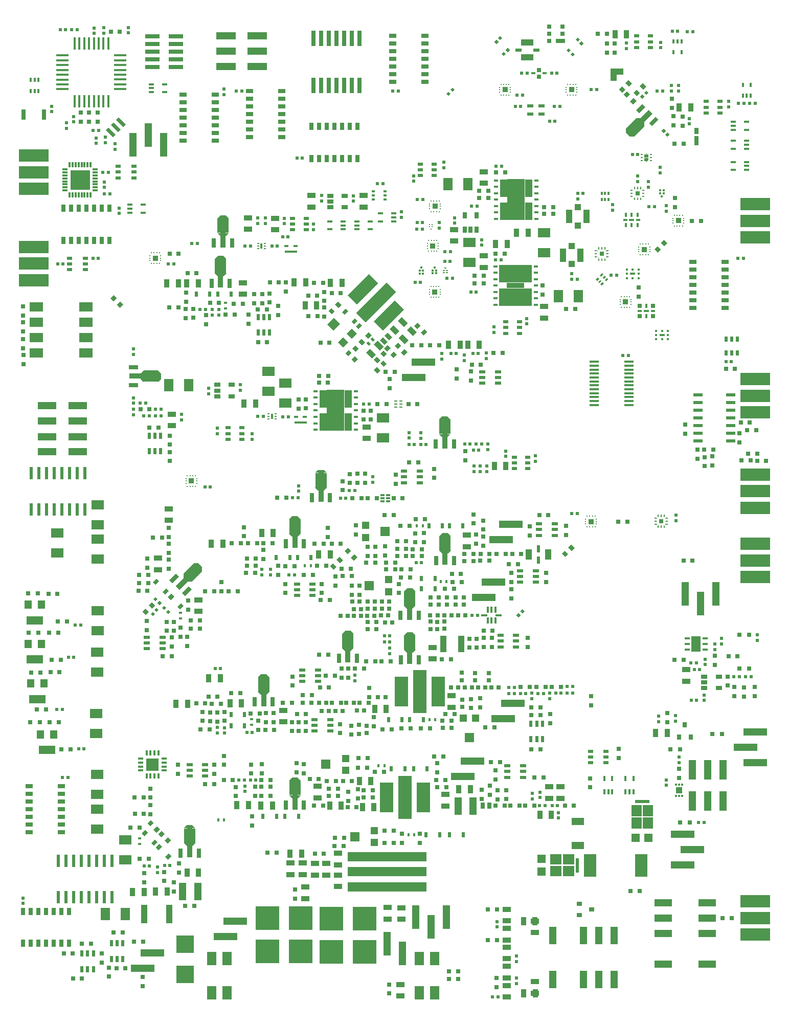
<source format=gtp>
G04 #@! TF.FileFunction,Paste,Top*
%FSLAX46Y46*%
G04 Gerber Fmt 4.6, Leading zero omitted, Abs format (unit mm)*
G04 Created by KiCad (PCBNEW 4.0.7) date Fri Sep 20 17:05:35 2019*
%MOMM*%
%LPD*%
G01*
G04 APERTURE LIST*
%ADD10C,0.150000*%
%ADD11R,0.302000X0.212000*%
%ADD12R,1.907000X2.427700*%
%ADD13R,0.713200X1.500600*%
%ADD14R,0.916400X5.336000*%
%ADD15R,2.002000X3.752000*%
%ADD16R,13.002000X1.502000*%
%ADD17R,1.502000X1.602000*%
%ADD18R,1.202000X1.202000*%
%ADD19R,0.612000X1.247000*%
%ADD20R,1.042000X1.802000*%
%ADD21R,0.452000X0.552000*%
%ADD22R,1.102000X0.602000*%
%ADD23R,0.552000X0.452000*%
%ADD24R,2.402000X0.742000*%
%ADD25R,3.202000X1.272000*%
%ADD26R,3.202400X1.272000*%
%ADD27R,1.272000X3.202000*%
%ADD28R,1.272000X3.202400*%
%ADD29R,0.902000X0.902000*%
%ADD30R,0.282000X0.202000*%
%ADD31R,0.202000X0.282000*%
%ADD32R,1.526000X2.034000*%
%ADD33R,2.034000X1.526000*%
%ADD34R,0.802000X1.602000*%
%ADD35R,0.799560X0.799560*%
%ADD36R,4.002000X1.202000*%
%ADD37R,1.202000X4.002000*%
%ADD38R,5.002000X2.002000*%
%ADD39R,1.002000X0.702000*%
%ADD40R,0.602000X2.002000*%
%ADD41R,0.602000X1.102000*%
%ADD42R,1.401540X0.901160*%
%ADD43R,0.702000X0.802000*%
%ADD44R,0.497300X0.497300*%
%ADD45R,0.901160X1.401540*%
%ADD46R,0.802000X0.702000*%
%ADD47R,0.451580X2.000980*%
%ADD48R,2.000980X0.451580*%
%ADD49R,0.602000X0.952000*%
%ADD50R,1.552000X0.602000*%
%ADD51R,0.952000X0.602000*%
%ADD52R,0.502000X0.402000*%
%ADD53R,0.652000X0.352000*%
%ADD54R,0.552000X0.252000*%
%ADD55R,0.902000X0.602000*%
%ADD56R,3.002000X3.002000*%
%ADD57R,2.002000X1.052000*%
%ADD58R,0.652000X0.302000*%
%ADD59R,0.700500X0.799560*%
%ADD60R,0.799560X0.700500*%
%ADD61R,1.002000X0.352000*%
%ADD62R,0.352000X1.002000*%
%ADD63R,0.702000X0.402000*%
%ADD64R,2.102000X0.402000*%
%ADD65R,0.802000X0.652000*%
%ADD66R,1.552000X0.652000*%
%ADD67R,0.552000X0.152000*%
%ADD68R,0.702000X0.452000*%
%ADD69R,0.202000X0.052000*%
%ADD70R,0.352000X0.252000*%
%ADD71R,0.702000X0.602000*%
%ADD72R,1.142000X3.052000*%
%ADD73R,1.002000X2.802000*%
%ADD74R,1.002000X2.202000*%
%ADD75R,1.002000X1.002000*%
%ADD76R,0.700500X1.052000*%
%ADD77R,1.602000X1.502000*%
%ADD78R,0.802000X0.902000*%
%ADD79R,1.602000X2.502000*%
%ADD80R,0.902000X0.452000*%
%ADD81R,2.162000X4.912000*%
%ADD82R,2.262000X7.112000*%
%ADD83R,2.162000X1.522000*%
%ADD84R,0.702000X1.002000*%
%ADD85R,1.502000X2.222000*%
%ADD86R,0.952000X0.302000*%
%ADD87R,0.302000X0.952000*%
%ADD88R,2.152000X2.152000*%
%ADD89R,1.202000X3.002000*%
%ADD90R,0.902000X0.802000*%
%ADD91R,3.002000X1.202000*%
%ADD92R,0.302000X0.662000*%
%ADD93R,0.802000X1.102000*%
%ADD94R,0.802000X1.502000*%
%ADD95R,2.102000X1.002000*%
%ADD96R,1.002000X2.102000*%
%ADD97R,0.802000X1.702000*%
%ADD98R,0.852000X0.352000*%
%ADD99R,0.352000X0.852000*%
%ADD100R,1.202000X1.402000*%
%ADD101R,2.802000X1.402000*%
%ADD102R,4.002000X4.002000*%
%ADD103R,3.152000X1.202000*%
%ADD104R,1.222000X2.992000*%
%ADD105R,0.402000X0.402000*%
%ADD106R,0.902000X0.402000*%
%ADD107R,0.402000X0.732000*%
%ADD108R,0.732000X0.402000*%
%ADD109R,0.732000X0.732000*%
%ADD110R,0.677000X0.402000*%
%ADD111R,0.402000X0.677000*%
%ADD112R,1.277000X2.957000*%
%ADD113R,2.902000X6.802000*%
%ADD114R,0.302000X0.502000*%
%ADD115R,5.452000X2.957000*%
%ADD116R,2.902000X0.892000*%
%ADD117R,1.182000X0.702000*%
%ADD118R,0.402000X0.702000*%
%ADD119R,1.002000X0.542000*%
%ADD120R,1.502000X0.452000*%
%ADD121R,0.702000X1.182000*%
%ADD122R,0.252000X0.202000*%
%ADD123R,0.802000X2.502000*%
%ADD124R,0.302000X0.852000*%
%ADD125R,0.852000X0.302000*%
%ADD126R,3.202000X3.202000*%
%ADD127R,1.402000X1.342000*%
%ADD128R,1.902000X1.702000*%
%ADD129R,0.602000X2.402000*%
%ADD130R,2.102000X1.272000*%
%ADD131R,1.342000X1.402000*%
%ADD132R,1.702000X1.902000*%
%ADD133R,2.402000X0.602000*%
%ADD134R,0.632000X0.832000*%
%ADD135R,1.092000X0.992000*%
%ADD136R,0.312000X0.422000*%
%ADD137R,0.417000X0.312000*%
%ADD138R,0.392000X0.312000*%
%ADD139R,0.433000X0.328000*%
%ADD140R,0.408000X0.328000*%
%ADD141R,0.432000X0.942000*%
%ADD142R,0.342000X0.242000*%
%ADD143R,0.342000X0.232000*%
%ADD144R,2.427700X1.907000*%
%ADD145R,1.500600X0.713200*%
%ADD146R,5.336000X0.916400*%
%ADD147R,0.702000X0.702000*%
%ADD148R,0.442000X0.202000*%
%ADD149R,0.202000X0.442000*%
G04 APERTURE END LIST*
D10*
D11*
X150891700Y-91352020D03*
X150641700Y-92152020D03*
X151141700Y-92152020D03*
X151141700Y-91752020D03*
X150641700Y-91752020D03*
D10*
G36*
X151728360Y-118837580D02*
X151233060Y-119334880D01*
X150316660Y-119334880D01*
X149821360Y-118837580D01*
X151728360Y-118837580D01*
X151728360Y-118837580D01*
G37*
D12*
X150774860Y-117625730D03*
D13*
X152273460Y-120502280D03*
D14*
X150774860Y-118584580D03*
D13*
X149276260Y-120502280D03*
D10*
G36*
X149821360Y-116413880D02*
X150316660Y-115916580D01*
X151233060Y-115916580D01*
X151728360Y-116413880D01*
X149821360Y-116413880D01*
X149821360Y-116413880D01*
G37*
D15*
X174794600Y-190271400D03*
X183294600Y-190271400D03*
D16*
X141242680Y-191301100D03*
X141242680Y-188801100D03*
X141242680Y-193801100D03*
D17*
X135862860Y-185478020D03*
D18*
X139112860Y-186478020D03*
X139112860Y-184478020D03*
D19*
X166279820Y-139673320D03*
X166279820Y-137818320D03*
D20*
X164654820Y-138745820D03*
X167904820Y-138745820D03*
D21*
X128573940Y-140655940D03*
X127623940Y-140655940D03*
D22*
X128898940Y-143655940D03*
X128898940Y-144605940D03*
X128898940Y-145555940D03*
X126298940Y-145555940D03*
X126298940Y-144605940D03*
X126298940Y-143655940D03*
D23*
X118748940Y-166030940D03*
X118748940Y-166980940D03*
D10*
G36*
X108884070Y-143269262D02*
X108182196Y-143270676D01*
X107534204Y-142622684D01*
X107535618Y-141920810D01*
X108884070Y-143269262D01*
X108884070Y-143269262D01*
G37*
G36*
X107534204Y-141922223D02*
X109250847Y-140205580D01*
X110599300Y-141554033D01*
X108882657Y-143270676D01*
X107534204Y-141922223D01*
X107534204Y-141922223D01*
G37*
G36*
X107309698Y-145110214D02*
X108370782Y-144049130D01*
X108875090Y-144553438D01*
X107814006Y-145614522D01*
X107309698Y-145110214D01*
X107309698Y-145110214D01*
G37*
G36*
X106178186Y-143978702D02*
X109951308Y-140205580D01*
X110599300Y-140853572D01*
X106826178Y-144626694D01*
X106178186Y-143978702D01*
X106178186Y-143978702D01*
G37*
G36*
X105190358Y-142990874D02*
X106251442Y-141929790D01*
X106755750Y-142434098D01*
X105694666Y-143495182D01*
X105190358Y-142990874D01*
X105190358Y-142990874D01*
G37*
G36*
X109249433Y-140206995D02*
X109951307Y-140205581D01*
X110599299Y-140853573D01*
X110597885Y-141555447D01*
X109249433Y-140206995D01*
X109249433Y-140206995D01*
G37*
D24*
X102388780Y-58053980D03*
X106263780Y-58053980D03*
X102363780Y-55513980D03*
X106263780Y-55513980D03*
X106263780Y-56783980D03*
X102363780Y-56783980D03*
X102363780Y-54243980D03*
X106263780Y-54243980D03*
X106263780Y-52973980D03*
X102363780Y-52973980D03*
D25*
X114543820Y-52914980D03*
X114543820Y-55489980D03*
X114543820Y-58029980D03*
D26*
X119693820Y-52914980D03*
D25*
X119693820Y-55489980D03*
X119693820Y-58029980D03*
D27*
X196859380Y-174440980D03*
X194284380Y-174440980D03*
X191744380Y-174440980D03*
D28*
X196859380Y-179590980D03*
D27*
X194284380Y-179590980D03*
X191744380Y-179590980D03*
D17*
X138248940Y-143955940D03*
D18*
X141498940Y-144955940D03*
X141498940Y-142955940D03*
D29*
X183807280Y-88272520D03*
D30*
X184702280Y-88672520D03*
X184702280Y-87872520D03*
X184702280Y-88272520D03*
D31*
X183132280Y-89167520D03*
X183582280Y-89167520D03*
X184032280Y-89167520D03*
X184482280Y-89167520D03*
X183132280Y-87377520D03*
X183582280Y-87377520D03*
X184032280Y-87377520D03*
D30*
X182912280Y-87872520D03*
X182912280Y-88672520D03*
X182912280Y-88272520D03*
D31*
X184482280Y-87377520D03*
D32*
X154584860Y-77472140D03*
X151282860Y-77472140D03*
D33*
X167239140Y-85549340D03*
X167239140Y-88851340D03*
X154813460Y-90421060D03*
X154813460Y-87119060D03*
D32*
X169621200Y-95986600D03*
X172923200Y-95986600D03*
D33*
X124403780Y-113674980D03*
X124403780Y-110372980D03*
X140548940Y-116154940D03*
X140548940Y-119456940D03*
D21*
X148273940Y-166155940D03*
X149223940Y-166155940D03*
D10*
G36*
X145925320Y-154551600D02*
X145430020Y-155048900D01*
X144513620Y-155048900D01*
X144018320Y-154551600D01*
X145925320Y-154551600D01*
X145925320Y-154551600D01*
G37*
D12*
X144971820Y-153339750D03*
D13*
X146470420Y-156216300D03*
D14*
X144971820Y-154298600D03*
D13*
X143473220Y-156216300D03*
D10*
G36*
X144018320Y-152127900D02*
X144513620Y-151630600D01*
X145430020Y-151630600D01*
X145925320Y-152127900D01*
X144018320Y-152127900D01*
X144018320Y-152127900D01*
G37*
G36*
X144004760Y-144846640D02*
X144500060Y-144349340D01*
X145416460Y-144349340D01*
X145911760Y-144846640D01*
X144004760Y-144846640D01*
X144004760Y-144846640D01*
G37*
D12*
X144958260Y-146058490D03*
D10*
G36*
X145911760Y-147270340D02*
X145416460Y-147767640D01*
X144500060Y-147767640D01*
X144004760Y-147270340D01*
X145911760Y-147270340D01*
X145911760Y-147270340D01*
G37*
D34*
X146458260Y-148884340D03*
D14*
X144958260Y-147017340D03*
D34*
X143458260Y-148884340D03*
D21*
X150073940Y-143255940D03*
X151023940Y-143255940D03*
D10*
G36*
X151766960Y-138108680D02*
X151271660Y-138605980D01*
X150355260Y-138605980D01*
X149859960Y-138108680D01*
X151766960Y-138108680D01*
X151766960Y-138108680D01*
G37*
D12*
X150813460Y-136896830D03*
D13*
X152312060Y-139773380D03*
D14*
X150813460Y-137855680D03*
D13*
X149314860Y-139773380D03*
D10*
G36*
X149859960Y-135684980D02*
X150355260Y-135187680D01*
X151271660Y-135187680D01*
X151766960Y-135684980D01*
X149859960Y-135684980D01*
X149859960Y-135684980D01*
G37*
D23*
X114498940Y-97080940D03*
X114498940Y-98030940D03*
D10*
G36*
X114603720Y-92218380D02*
X114108420Y-92715680D01*
X113192020Y-92715680D01*
X112696720Y-92218380D01*
X114603720Y-92218380D01*
X114603720Y-92218380D01*
G37*
D12*
X113650220Y-91006530D03*
D13*
X115148820Y-93883080D03*
D14*
X113650220Y-91965380D03*
D13*
X112151620Y-93883080D03*
D10*
G36*
X112696720Y-89794680D02*
X113192020Y-89297380D01*
X114108420Y-89297380D01*
X114603720Y-89794680D01*
X112696720Y-89794680D01*
X112696720Y-89794680D01*
G37*
D21*
X140764740Y-173737240D03*
X139814740Y-173737240D03*
D35*
X81820440Y-145228180D03*
X83420640Y-145228180D03*
D36*
X200545580Y-170678680D03*
X202145580Y-173218680D03*
X202145580Y-168138680D03*
D37*
X193125780Y-146866380D03*
X195665780Y-145266380D03*
X190585780Y-145266380D03*
D36*
X191756980Y-187597620D03*
X190156980Y-185057620D03*
X190156980Y-190137620D03*
D38*
X82753780Y-93373980D03*
X82753780Y-87873980D03*
X82753780Y-90623980D03*
X82743780Y-78253980D03*
X82743780Y-72753980D03*
X82743780Y-75503980D03*
X202153780Y-196193980D03*
X202153780Y-201693980D03*
X202153780Y-198943980D03*
X202153780Y-137003980D03*
X202153780Y-142503980D03*
X202153780Y-139753980D03*
X202173260Y-125551620D03*
X202173260Y-131051620D03*
X202173260Y-128301620D03*
X202158700Y-109766640D03*
X202158700Y-115266640D03*
X202158700Y-112516640D03*
X202142780Y-80781580D03*
X202142780Y-86281580D03*
X202142780Y-83531580D03*
D39*
X115483780Y-110683980D03*
X115483780Y-112583980D03*
X113083780Y-112583980D03*
X113083780Y-110683980D03*
X113083780Y-111633980D03*
D40*
X86748780Y-189453980D03*
X88018780Y-189453980D03*
X89288780Y-189453980D03*
X90558780Y-189453980D03*
X91828780Y-189453980D03*
X93098780Y-189453980D03*
X94368780Y-189453980D03*
X95638780Y-189453980D03*
X86748780Y-195453980D03*
X88018780Y-195453980D03*
X89288780Y-195453980D03*
X90558780Y-195453980D03*
X91828780Y-195453980D03*
X93098780Y-195453980D03*
X94368780Y-195453980D03*
X95638780Y-195453980D03*
D41*
X90699200Y-204797520D03*
X91649200Y-204797520D03*
X92599200Y-204797520D03*
X92599200Y-207397520D03*
X91649200Y-207397520D03*
X90699200Y-207397520D03*
D42*
X165733780Y-209501480D03*
X165733780Y-211406480D03*
X165733780Y-199471480D03*
X165733780Y-201376480D03*
X161033780Y-197521480D03*
X161033780Y-199426480D03*
X161063780Y-200661480D03*
X161063780Y-202566480D03*
X161033780Y-203791480D03*
X161033780Y-205696480D03*
X161033780Y-206951480D03*
X161033780Y-208856480D03*
X161043780Y-210101480D03*
X161043780Y-212006480D03*
D43*
X159403780Y-197493980D03*
X157903780Y-197493980D03*
D44*
X159403780Y-199534400D03*
X159403780Y-200433560D03*
X162613780Y-205244400D03*
X162613780Y-206143560D03*
X162603780Y-208884400D03*
X162603780Y-209783560D03*
X159603360Y-212003980D03*
X158704200Y-212003980D03*
D45*
X163831280Y-211403980D03*
X165736280Y-211403980D03*
X165726280Y-199473980D03*
X163821280Y-199473980D03*
D43*
X159403780Y-202573980D03*
X157903780Y-202573980D03*
D46*
X159323780Y-208863980D03*
X159323780Y-210363980D03*
D47*
X95070000Y-63749820D03*
X94269900Y-63749820D03*
X93469800Y-63749820D03*
X92669700Y-63749820D03*
X91869600Y-63749820D03*
X91069500Y-63749820D03*
X90269400Y-63749820D03*
X89469300Y-63749820D03*
X89474380Y-54184180D03*
X95087780Y-54184180D03*
X94274980Y-54184180D03*
X93462180Y-54184180D03*
X92674780Y-54184180D03*
X91861980Y-54184180D03*
X91074580Y-54184180D03*
X90261780Y-54184180D03*
D48*
X87467780Y-61758460D03*
X87467780Y-60960900D03*
X87467780Y-60158260D03*
X87467780Y-59360700D03*
X87467780Y-58558060D03*
X87467780Y-57760500D03*
X87467780Y-56957860D03*
X87467780Y-56160300D03*
X97068980Y-61753380D03*
X97068980Y-60965980D03*
X97068980Y-60153180D03*
X97068980Y-59365780D03*
X97068980Y-58578380D03*
X97068980Y-57765580D03*
X97068980Y-56952780D03*
X97068980Y-56139980D03*
D45*
X119456280Y-113833980D03*
X117551280Y-113833980D03*
D42*
X137848780Y-117681480D03*
X137848780Y-119586480D03*
D43*
X199260580Y-155591380D03*
X197760580Y-155591380D03*
D44*
X192463160Y-162866980D03*
X191564000Y-162866980D03*
D49*
X199237740Y-105376480D03*
X198287740Y-105376480D03*
X197337740Y-105376480D03*
X197337740Y-103126480D03*
X199237740Y-103126480D03*
X198287740Y-103126480D03*
D50*
X192709920Y-112366780D03*
X192709920Y-113636780D03*
X192709920Y-114906780D03*
X192709920Y-119986780D03*
X192709920Y-118716780D03*
X192709920Y-117446780D03*
X192709920Y-116176780D03*
X198109920Y-112366780D03*
X198109920Y-113636780D03*
X198109920Y-114906780D03*
X198109920Y-119986780D03*
X198109920Y-118716780D03*
X198109920Y-117446780D03*
X198109920Y-116176780D03*
D51*
X117173780Y-117808980D03*
X117173780Y-118758980D03*
X117173780Y-119708980D03*
X114923780Y-119708980D03*
X114923780Y-117808980D03*
X114923780Y-118758980D03*
D46*
X189572680Y-174272080D03*
X189572680Y-175772080D03*
D10*
G36*
X142486866Y-104260965D02*
X143053965Y-103693866D01*
X143550354Y-104190255D01*
X142983255Y-104757354D01*
X142486866Y-104260965D01*
X142486866Y-104260965D01*
G37*
G36*
X143547526Y-105321625D02*
X144114625Y-104754526D01*
X144611014Y-105250915D01*
X144043915Y-105818014D01*
X143547526Y-105321625D01*
X143547526Y-105321625D01*
G37*
D43*
X133548940Y-95505940D03*
X132048940Y-95505940D03*
X130598940Y-93805940D03*
X129098940Y-93805940D03*
D52*
X138956040Y-78693800D03*
X138956040Y-79343800D03*
X138956040Y-79993800D03*
X140856040Y-79993800D03*
X140856040Y-79343800D03*
X140856040Y-78693800D03*
D10*
G36*
X109480540Y-186513340D02*
X108985240Y-187010640D01*
X108068840Y-187010640D01*
X107573540Y-186513340D01*
X109480540Y-186513340D01*
X109480540Y-186513340D01*
G37*
D12*
X108527040Y-185301490D03*
D13*
X110025640Y-188178040D03*
D14*
X108527040Y-186260340D03*
D13*
X107028440Y-188178040D03*
D10*
G36*
X107573540Y-184089640D02*
X108068840Y-183592340D01*
X108985240Y-183592340D01*
X109480540Y-184089640D01*
X107573540Y-184089640D01*
X107573540Y-184089640D01*
G37*
D53*
X141398940Y-130005940D03*
X141398940Y-129455940D03*
X141398940Y-128905940D03*
X140498940Y-130005940D03*
X140498940Y-128905940D03*
X140498940Y-129455940D03*
D54*
X143498980Y-114406220D03*
X143498980Y-113906220D03*
X143498980Y-113406220D03*
X142698980Y-114406220D03*
X142698980Y-113406220D03*
X142698980Y-113906220D03*
D22*
X129789780Y-157883200D03*
X129789780Y-158833200D03*
X129789780Y-159783200D03*
X127189780Y-159783200D03*
X127189780Y-158833200D03*
X127189780Y-157883200D03*
D10*
G36*
X182444918Y-66521150D02*
X183146792Y-66519736D01*
X183794784Y-67167728D01*
X183793370Y-67869602D01*
X182444918Y-66521150D01*
X182444918Y-66521150D01*
G37*
G36*
X183794785Y-67868188D02*
X182078142Y-69584831D01*
X180729689Y-68236378D01*
X182446332Y-66519735D01*
X183794785Y-67868188D01*
X183794785Y-67868188D01*
G37*
G36*
X184019291Y-64680197D02*
X182958207Y-65741281D01*
X182453899Y-65236973D01*
X183514983Y-64175889D01*
X184019291Y-64680197D01*
X184019291Y-64680197D01*
G37*
G36*
X185150803Y-65811709D02*
X181377681Y-69584831D01*
X180729689Y-68936839D01*
X184502811Y-65163717D01*
X185150803Y-65811709D01*
X185150803Y-65811709D01*
G37*
G36*
X186138631Y-66799537D02*
X185077547Y-67860621D01*
X184573239Y-67356313D01*
X185634323Y-66295229D01*
X186138631Y-66799537D01*
X186138631Y-66799537D01*
G37*
G36*
X182079555Y-69583417D02*
X181377681Y-69584831D01*
X180729689Y-68936839D01*
X180731103Y-68234965D01*
X182079555Y-69583417D01*
X182079555Y-69583417D01*
G37*
D22*
X166398940Y-135605940D03*
X166398940Y-134655940D03*
X166398940Y-133705940D03*
X168998940Y-133705940D03*
X168998940Y-134655940D03*
X168998940Y-135605940D03*
D39*
X134209940Y-79392020D03*
X134209940Y-81292020D03*
X131809940Y-81292020D03*
X131809940Y-79392020D03*
X131809940Y-80342020D03*
D22*
X144054300Y-126874040D03*
X144054300Y-125924040D03*
X144054300Y-124974040D03*
X146654300Y-124974040D03*
X146654300Y-125924040D03*
X146654300Y-126874040D03*
D55*
X99308900Y-74525700D03*
X99308900Y-75475700D03*
X99308900Y-76425700D03*
X96708900Y-74525700D03*
X96708900Y-75475700D03*
X96708900Y-76425700D03*
X91285040Y-89719980D03*
X91285040Y-90669980D03*
X91285040Y-91619980D03*
X88685040Y-89719980D03*
X88685040Y-90669980D03*
X88685040Y-91619980D03*
D44*
X145733540Y-120562100D03*
X144834380Y-120562100D03*
D43*
X140804660Y-184462020D03*
X142304660Y-184462020D03*
X142304660Y-186504180D03*
X140804660Y-186504180D03*
X146998940Y-139005940D03*
X145498940Y-139005940D03*
D44*
X156896840Y-120483360D03*
X155997680Y-120483360D03*
D43*
X109264340Y-196953740D03*
X107764340Y-196953740D03*
D45*
X108107940Y-191441940D03*
X110012940Y-191441940D03*
D43*
X99445840Y-181726440D03*
X100945840Y-181726440D03*
D46*
X102037340Y-180252540D03*
X102037340Y-181752540D03*
D43*
X99433140Y-178995940D03*
X100933140Y-178995940D03*
D44*
X137349360Y-113855940D03*
X138248520Y-113855940D03*
X141667280Y-155167280D03*
X141667280Y-154268120D03*
X141672360Y-152205200D03*
X140773200Y-152205200D03*
X141672360Y-153257200D03*
X140773200Y-153257200D03*
X123916900Y-86166560D03*
X124816060Y-86166560D03*
X143603780Y-82064400D03*
X143603780Y-82963560D03*
X171813220Y-93202760D03*
X172712380Y-93202760D03*
X155969160Y-95313100D03*
X155070000Y-95313100D03*
X178571580Y-80872200D03*
X178571580Y-81771360D03*
X171805600Y-92290900D03*
X171805600Y-93190060D03*
X172783500Y-79014320D03*
X173682660Y-79014320D03*
X156121560Y-81150060D03*
X155222400Y-81150060D03*
X172786040Y-79910940D03*
X172786040Y-79011780D03*
X146180000Y-83837380D03*
X147079160Y-83837380D03*
X152052480Y-93088060D03*
X151153320Y-93088060D03*
X146174920Y-84914340D03*
X147074080Y-84914340D03*
X151661320Y-90288980D03*
X150762160Y-90288980D03*
D43*
X158190620Y-138654380D03*
X156690620Y-138654380D03*
X146998940Y-137905940D03*
X145498940Y-137905940D03*
D46*
X137998940Y-139005940D03*
X137998940Y-137505940D03*
D43*
X139253780Y-140083980D03*
X137753780Y-140083980D03*
D44*
X134389320Y-129460860D03*
X133490160Y-129460860D03*
X126482880Y-129365740D03*
X125583720Y-129365740D03*
X99243540Y-113732920D03*
X99243540Y-112833760D03*
D46*
X133886980Y-126629460D03*
X133886980Y-128129460D03*
D43*
X135900780Y-157638700D03*
X137400780Y-157638700D03*
D46*
X154163220Y-123175060D03*
X154163220Y-121675060D03*
D43*
X164862540Y-160726460D03*
X163362540Y-160726460D03*
D44*
X149819820Y-84754320D03*
X149819820Y-83855160D03*
X150807880Y-88622740D03*
X151707040Y-88622740D03*
D43*
X160834760Y-138646760D03*
X159334760Y-138646760D03*
X156675380Y-139805000D03*
X158175380Y-139805000D03*
X154038860Y-138646760D03*
X155538860Y-138646760D03*
X154046480Y-139835480D03*
X155546480Y-139835480D03*
D44*
X146935760Y-140162000D03*
X146036600Y-140162000D03*
D43*
X145103780Y-141183980D03*
X143603780Y-141183980D03*
X142572740Y-140085800D03*
X141072740Y-140085800D03*
D46*
X139248940Y-137505940D03*
X139248940Y-139005940D03*
D10*
G36*
X136311014Y-139200915D02*
X135743915Y-139768014D01*
X135247526Y-139271625D01*
X135814625Y-138704526D01*
X136311014Y-139200915D01*
X136311014Y-139200915D01*
G37*
G36*
X135250354Y-138140255D02*
X134683255Y-138707354D01*
X134186866Y-138210965D01*
X134753965Y-137643866D01*
X135250354Y-138140255D01*
X135250354Y-138140255D01*
G37*
D44*
X154976600Y-120483360D03*
X154077440Y-120483360D03*
X156670780Y-125029960D03*
X156670780Y-124130800D03*
X155614140Y-125029960D03*
X155614140Y-124130800D03*
X147684260Y-120562100D03*
X146785100Y-120562100D03*
D46*
X138498940Y-114955940D03*
X138498940Y-116455940D03*
X137298940Y-114955940D03*
X137298940Y-116455940D03*
D43*
X129948700Y-109217380D03*
X131448700Y-109217380D03*
X129923300Y-110340060D03*
X131423300Y-110340060D03*
D46*
X127792940Y-114590180D03*
X127792940Y-113090180D03*
X126553420Y-114605420D03*
X126553420Y-113105420D03*
D33*
X121548580Y-111789080D03*
X121548580Y-108487080D03*
D44*
X116963780Y-110674400D03*
X116963780Y-111573560D03*
X99228300Y-114754000D03*
X99228300Y-115653160D03*
X134999360Y-128155940D03*
X135898520Y-128155940D03*
X126617500Y-128304020D03*
X126617500Y-127404860D03*
X124231860Y-83113480D03*
X124231860Y-84012640D03*
X129073100Y-84104080D03*
X129073100Y-85003240D03*
X164332340Y-100597840D03*
X164332340Y-99698680D03*
D42*
X152338460Y-85002240D03*
X152338460Y-86907240D03*
D44*
X145844200Y-93703980D03*
X146743360Y-93703980D03*
X150627540Y-74741640D03*
X150627540Y-73842480D03*
X145627780Y-76097000D03*
X145627780Y-76996160D03*
X147149240Y-80036540D03*
X146250080Y-80036540D03*
X100343360Y-113694820D03*
X101242520Y-113694820D03*
X99248620Y-104746400D03*
X99248620Y-105645560D03*
X104981200Y-90687760D03*
X105880360Y-90687760D03*
X162771280Y-62757920D03*
X163670440Y-62757920D03*
D43*
X139277260Y-156437980D03*
X137777260Y-156437980D03*
D46*
X133719040Y-157679340D03*
X133719040Y-159179340D03*
D43*
X131448940Y-155355940D03*
X129948940Y-155355940D03*
D42*
X141283780Y-199136480D03*
X141283780Y-197231480D03*
X143603780Y-199176480D03*
X143603780Y-197271480D03*
X143393780Y-211846480D03*
X143393780Y-209941480D03*
D56*
X107783780Y-203313980D03*
X107783780Y-208313980D03*
D43*
X151815280Y-156114700D03*
X150315280Y-156114700D03*
D42*
X137292380Y-79353960D03*
X137292380Y-81258960D03*
D43*
X141812760Y-156424580D03*
X140312760Y-156424580D03*
D44*
X117696440Y-87723580D03*
X118595600Y-87723580D03*
X119771620Y-83057600D03*
X119771620Y-83956760D03*
X121051780Y-83057600D03*
X121051780Y-83956760D03*
X111051800Y-127601580D03*
X111950960Y-127601580D03*
X108887720Y-87291780D03*
X109786880Y-87291780D03*
X135646460Y-79379360D03*
X135646460Y-80278520D03*
X130419140Y-79374280D03*
X130419140Y-80273440D03*
D42*
X128691940Y-79359040D03*
X128691940Y-81264040D03*
D46*
X167005000Y-94251080D03*
X167005000Y-95751080D03*
D43*
X170892460Y-98116260D03*
X172392460Y-98116260D03*
X159184100Y-88958020D03*
X160684100Y-88958020D03*
D44*
X159164480Y-89999420D03*
X160063640Y-89999420D03*
D43*
X157224620Y-92590220D03*
X155724620Y-92590220D03*
X157209380Y-93900860D03*
X155709380Y-93900860D03*
X167240980Y-82379420D03*
X168740980Y-82379420D03*
X167246060Y-81251660D03*
X168746060Y-81251660D03*
X159290780Y-75562060D03*
X160790780Y-75562060D03*
D44*
X159291480Y-74474940D03*
X160190640Y-74474940D03*
D43*
X157951060Y-78584660D03*
X156451060Y-78584660D03*
X157951060Y-79788620D03*
X156451060Y-79788620D03*
D44*
X189337140Y-52178820D03*
X188437980Y-52178820D03*
X191836500Y-52209300D03*
X190937340Y-52209300D03*
D10*
G36*
X182578525Y-62882734D02*
X182011426Y-62315635D01*
X182507815Y-61819246D01*
X183074914Y-62386345D01*
X182578525Y-62882734D01*
X182578525Y-62882734D01*
G37*
G36*
X183639185Y-61822074D02*
X183072086Y-61254975D01*
X183568475Y-60758586D01*
X184135574Y-61325685D01*
X183639185Y-61822074D01*
X183639185Y-61822074D01*
G37*
D57*
X164460380Y-54034840D03*
D22*
X162960380Y-55259840D03*
D57*
X164460380Y-56484840D03*
D22*
X165960380Y-55259840D03*
D58*
X165440780Y-59125720D03*
D46*
X166390780Y-59675720D03*
D58*
X167340780Y-59125720D03*
D46*
X166390780Y-58575720D03*
D45*
X153096440Y-177605940D03*
X155001440Y-177605940D03*
X138518720Y-176268760D03*
X136613720Y-176268760D03*
D44*
X113377980Y-98211560D03*
X113377980Y-99110720D03*
X117599920Y-176099440D03*
X116700760Y-176099440D03*
D59*
X131130600Y-163360100D03*
X129930600Y-163360100D03*
X131579040Y-164669840D03*
X130379040Y-164669840D03*
X133852340Y-164644440D03*
X132652340Y-164644440D03*
X136233740Y-164580940D03*
X137433740Y-164580940D03*
X140938940Y-162396540D03*
X139738940Y-162396540D03*
D60*
X153598940Y-158355940D03*
X153598940Y-159555940D03*
X155798940Y-159605940D03*
X155798940Y-158405940D03*
D59*
X157478620Y-160751860D03*
X156278620Y-160751860D03*
X159693500Y-160751860D03*
X158493500Y-160751860D03*
D60*
X148387260Y-149897140D03*
X148387260Y-151097140D03*
D59*
X149566380Y-148841060D03*
X148366380Y-148841060D03*
D60*
X149560740Y-149912380D03*
X149560740Y-151112380D03*
D59*
X154198940Y-148805940D03*
X152998940Y-148805940D03*
X135689900Y-163360100D03*
X134489900Y-163360100D03*
X153013300Y-160756940D03*
X151813300Y-160756940D03*
X155253580Y-160756940D03*
X154053580Y-160756940D03*
D60*
X158098940Y-159605940D03*
X158098940Y-158405940D03*
X150703740Y-151076820D03*
X150703740Y-149876820D03*
D59*
X151887940Y-148815660D03*
X150687940Y-148815660D03*
D44*
X162306600Y-161818660D03*
X161407440Y-161818660D03*
X164186200Y-161788180D03*
X163287040Y-161788180D03*
X165184420Y-161750080D03*
X165184420Y-162649240D03*
X167122440Y-161757700D03*
X166223280Y-161757700D03*
X168125740Y-161704360D03*
X168125740Y-162603520D03*
X170028200Y-161752620D03*
X169129040Y-161752620D03*
X171054360Y-161747540D03*
X171953520Y-161747540D03*
D43*
X167433020Y-160726460D03*
X165933020Y-160726460D03*
X170013660Y-160680740D03*
X168513660Y-160680740D03*
D44*
X156198520Y-148805940D03*
X155299360Y-148805940D03*
D10*
G36*
X163625121Y-147826075D02*
X163976765Y-148177719D01*
X163625121Y-148529363D01*
X163273477Y-148177719D01*
X163625121Y-147826075D01*
X163625121Y-147826075D01*
G37*
G36*
X162989319Y-148461877D02*
X163340963Y-148813521D01*
X162989319Y-149165165D01*
X162637675Y-148813521D01*
X162989319Y-148461877D01*
X162989319Y-148461877D01*
G37*
D44*
X162296440Y-160751860D03*
X161397280Y-160751860D03*
X171933200Y-160650260D03*
X171034040Y-160650260D03*
D45*
X106277540Y-163450640D03*
X108182540Y-163450640D03*
D55*
X174884540Y-173241140D03*
X174884540Y-172291140D03*
X174884540Y-171341140D03*
X177484540Y-173241140D03*
X177484540Y-172291140D03*
X177484540Y-171341140D03*
D10*
G36*
X121744600Y-161501460D02*
X121249300Y-161998760D01*
X120332900Y-161998760D01*
X119837600Y-161501460D01*
X121744600Y-161501460D01*
X121744600Y-161501460D01*
G37*
D12*
X120791100Y-160289610D03*
D13*
X122289700Y-163166160D03*
D14*
X120791100Y-161248460D03*
D13*
X119292500Y-163166160D03*
D10*
G36*
X119837600Y-159077760D02*
X120332900Y-158580460D01*
X121249300Y-158580460D01*
X121744600Y-159077760D01*
X119837600Y-159077760D01*
X119837600Y-159077760D01*
G37*
G36*
X126902440Y-135331940D02*
X126407140Y-135829240D01*
X125490740Y-135829240D01*
X124995440Y-135331940D01*
X126902440Y-135331940D01*
X126902440Y-135331940D01*
G37*
D12*
X125948940Y-134120090D03*
D13*
X127447540Y-136996640D03*
D14*
X125948940Y-135078940D03*
D13*
X124450340Y-136996640D03*
D10*
G36*
X124995440Y-132908240D02*
X125490740Y-132410940D01*
X126407140Y-132410940D01*
X126902440Y-132908240D01*
X124995440Y-132908240D01*
X124995440Y-132908240D01*
G37*
D61*
X157311700Y-148805500D03*
X159711700Y-148805500D03*
D62*
X159161700Y-149705500D03*
X157861700Y-149705500D03*
X158511700Y-149705500D03*
X159161700Y-147905500D03*
X157861700Y-147905500D03*
X158511700Y-147905500D03*
D44*
X165249280Y-179243860D03*
X165249280Y-178344700D03*
X167378380Y-180365400D03*
X166479220Y-180365400D03*
X166578740Y-179000120D03*
X166578740Y-178100960D03*
X169448520Y-180355940D03*
X168549360Y-180355940D03*
X169626740Y-181491860D03*
X169626740Y-182391020D03*
X150277240Y-105492900D03*
X150277240Y-106392060D03*
X152695320Y-105497980D03*
X151796160Y-105497980D03*
X154023740Y-105746900D03*
X154023740Y-106646060D03*
X156314820Y-105497980D03*
X155415660Y-105497980D03*
X157643240Y-105429400D03*
X157643240Y-106328560D03*
D43*
X123298940Y-93755940D03*
X121798940Y-93755940D03*
D46*
X124498940Y-93755940D03*
X124498940Y-95255940D03*
D43*
X146891540Y-104152300D03*
X145391540Y-104152300D03*
D45*
X168432940Y-181903340D03*
X166527940Y-181903340D03*
D42*
X168092440Y-177208120D03*
X168092440Y-179113120D03*
X169942440Y-179138120D03*
X169942440Y-177233120D03*
D44*
X112265460Y-99125960D03*
X112265460Y-98226800D03*
X110261400Y-98249660D03*
X111160560Y-98249660D03*
X117648940Y-178005520D03*
X117648940Y-177106360D03*
X119492220Y-176099440D03*
X118593060Y-176099440D03*
D43*
X148998940Y-172205940D03*
X150498940Y-172205940D03*
X137928240Y-174080140D03*
X136428240Y-174080140D03*
D45*
X104765880Y-93909880D03*
X106670880Y-93909880D03*
X116350240Y-180290440D03*
X118255240Y-180290440D03*
D10*
G36*
X126917640Y-178625740D02*
X126422340Y-179123040D01*
X125505940Y-179123040D01*
X125010640Y-178625740D01*
X126917640Y-178625740D01*
X126917640Y-178625740D01*
G37*
D12*
X125964140Y-177413890D03*
D13*
X127462740Y-180290440D03*
D14*
X125964140Y-178372740D03*
D13*
X124465540Y-180290440D03*
D10*
G36*
X125010640Y-176202040D02*
X125505940Y-175704740D01*
X126422340Y-175704740D01*
X126917640Y-176202040D01*
X125010640Y-176202040D01*
X125010640Y-176202040D01*
G37*
D59*
X134737860Y-148932500D03*
X133537860Y-148932500D03*
X135698940Y-147805940D03*
X136898940Y-147805940D03*
X139137140Y-148891860D03*
X137937140Y-148891860D03*
D60*
X139448940Y-149905940D03*
X139448940Y-151105940D03*
D59*
X141367260Y-148886780D03*
X140167260Y-148886780D03*
D44*
X123045680Y-87723580D03*
X122146520Y-87723580D03*
X120739360Y-115943300D03*
X119840200Y-115943300D03*
X124854160Y-115958540D03*
X123955000Y-115958540D03*
D59*
X136917180Y-148907100D03*
X135717180Y-148907100D03*
D60*
X137998940Y-149905940D03*
X137998940Y-151105940D03*
D42*
X133054780Y-193754880D03*
X133054780Y-191849880D03*
D59*
X142098940Y-150055940D03*
X140898940Y-150055940D03*
D42*
X105048940Y-131203440D03*
X105048940Y-133108440D03*
D43*
X102448940Y-135955940D03*
X103948940Y-135955940D03*
D46*
X113798940Y-143355940D03*
X113798940Y-144855940D03*
D45*
X112108960Y-136997700D03*
X114013960Y-136997700D03*
D46*
X117548940Y-134255940D03*
X117548940Y-135755940D03*
X131398940Y-134355940D03*
X131398940Y-135855940D03*
D41*
X97474390Y-205725430D03*
X96524390Y-205725430D03*
X95574390Y-205725430D03*
X95574390Y-203125430D03*
X96524390Y-203125430D03*
X97474390Y-203125430D03*
D63*
X126033580Y-87705780D03*
X124553580Y-87705780D03*
D64*
X125293580Y-88655780D03*
D63*
X127628700Y-115976300D03*
X126148700Y-115976300D03*
D64*
X126888700Y-116926300D03*
D42*
X133088840Y-190121140D03*
X133088840Y-188216140D03*
X154448940Y-135553440D03*
X154448940Y-137458440D03*
D43*
X133913640Y-176302640D03*
X135413640Y-176302640D03*
X150869540Y-176112140D03*
X149369540Y-176112140D03*
X111122020Y-163432860D03*
X109622020Y-163432860D03*
X141083780Y-141193980D03*
X142583780Y-141193980D03*
D42*
X125232620Y-191759440D03*
X125232620Y-189854440D03*
D45*
X127069040Y-188272020D03*
X125164040Y-188272020D03*
D42*
X127234140Y-191734040D03*
X127234140Y-189829040D03*
X131173780Y-189931480D03*
X131173780Y-191836480D03*
X129243780Y-189941480D03*
X129243780Y-191846480D03*
D44*
X144836340Y-119491360D03*
X144836340Y-118592200D03*
X146769860Y-119533400D03*
X146769860Y-118634240D03*
X155494760Y-121512060D03*
X156393920Y-121512060D03*
X157910300Y-120488440D03*
X157910300Y-121387600D03*
D43*
X105148940Y-97905940D03*
X106648940Y-97905940D03*
D46*
X121748940Y-97055940D03*
X121748940Y-95555940D03*
D43*
X113134260Y-162271580D03*
X111634260Y-162271580D03*
D46*
X120503140Y-175020640D03*
X120503140Y-173520640D03*
D43*
X128748940Y-162055940D03*
X127248940Y-162055940D03*
D46*
X126243540Y-173355540D03*
X126243540Y-174855540D03*
X138289160Y-160897240D03*
X138289160Y-162397240D03*
D43*
X136498940Y-172455940D03*
X137998940Y-172455940D03*
X113687420Y-163453180D03*
X112187420Y-163453180D03*
X125478100Y-163351580D03*
X123978100Y-163351580D03*
X128729300Y-163361740D03*
X127229300Y-163361740D03*
D46*
X105048940Y-135855940D03*
X105048940Y-134355940D03*
X105048940Y-138505940D03*
X105048940Y-137005940D03*
D43*
X112598940Y-144855940D03*
X111098940Y-144855940D03*
X116498940Y-144905940D03*
X114998940Y-144905940D03*
X116991540Y-136875780D03*
X115491540Y-136875780D03*
X119734740Y-136885940D03*
X118234740Y-136885940D03*
X130716060Y-136960740D03*
X129216060Y-136960740D03*
X133550700Y-136960740D03*
X132050700Y-136960740D03*
D46*
X178890120Y-55687260D03*
X178890120Y-54187260D03*
X177645520Y-55697420D03*
X177645520Y-54197420D03*
D43*
X188805580Y-70751300D03*
X190305580Y-70751300D03*
D46*
X188671660Y-67731940D03*
X188671660Y-66231940D03*
X190119460Y-67792900D03*
X190119460Y-66292900D03*
D10*
G36*
X181185955Y-60215026D02*
X181753054Y-60782125D01*
X181256665Y-61278514D01*
X180689566Y-60711415D01*
X181185955Y-60215026D01*
X181185955Y-60215026D01*
G37*
G36*
X180125295Y-61275686D02*
X180692394Y-61842785D01*
X180196005Y-62339174D01*
X179628906Y-61772075D01*
X180125295Y-61275686D01*
X180125295Y-61275686D01*
G37*
G36*
X172426835Y-53519539D02*
X172778479Y-53167895D01*
X173130123Y-53519539D01*
X172778479Y-53871183D01*
X172426835Y-53519539D01*
X172426835Y-53519539D01*
G37*
G36*
X173062637Y-54155341D02*
X173414281Y-53803697D01*
X173765925Y-54155341D01*
X173414281Y-54506985D01*
X173062637Y-54155341D01*
X173062637Y-54155341D01*
G37*
G36*
X159301239Y-54247905D02*
X158949595Y-53896261D01*
X159301239Y-53544617D01*
X159652883Y-53896261D01*
X159301239Y-54247905D01*
X159301239Y-54247905D01*
G37*
G36*
X159937041Y-53612103D02*
X159585397Y-53260459D01*
X159937041Y-52908815D01*
X160288685Y-53260459D01*
X159937041Y-53612103D01*
X159937041Y-53612103D01*
G37*
D65*
X168049620Y-53757280D03*
X168049620Y-52557280D03*
X168049620Y-51357280D03*
X170299620Y-51357280D03*
X170299620Y-52557280D03*
D66*
X169949620Y-53757280D03*
D44*
X87577120Y-90680140D03*
X86677960Y-90680140D03*
X95063360Y-75503980D03*
X94164200Y-75503980D03*
X93414040Y-89720020D03*
X92514880Y-89720020D03*
D10*
G36*
X152032561Y-61478775D02*
X152384205Y-61830419D01*
X152032561Y-62182063D01*
X151680917Y-61830419D01*
X152032561Y-61478775D01*
X152032561Y-61478775D01*
G37*
G36*
X151396759Y-62114577D02*
X151748403Y-62466221D01*
X151396759Y-62817865D01*
X151045115Y-62466221D01*
X151396759Y-62114577D01*
X151396759Y-62114577D01*
G37*
D43*
X144903780Y-123533980D03*
X146403780Y-123533980D03*
X166413780Y-132213980D03*
X167913780Y-132213980D03*
D46*
X95184540Y-207159040D03*
X95184540Y-208659040D03*
D43*
X130098940Y-160805940D03*
X131598940Y-160805940D03*
D44*
X138824740Y-126838440D03*
X138824740Y-125939280D03*
D46*
X111229140Y-99176060D03*
X111229140Y-100676060D03*
X118674340Y-175033340D03*
X118674340Y-173533340D03*
D44*
X186484720Y-53979680D03*
X186484720Y-54878840D03*
X180868780Y-54144780D03*
X180868780Y-55043940D03*
X169024760Y-67035280D03*
X168125600Y-67035280D03*
X174998840Y-61828280D03*
X175898000Y-61828280D03*
X197769940Y-63763760D03*
X197769940Y-64662920D03*
D10*
G36*
X186671155Y-68635079D02*
X187022799Y-68283435D01*
X187374443Y-68635079D01*
X187022799Y-68986723D01*
X186671155Y-68635079D01*
X186671155Y-68635079D01*
G37*
G36*
X187306957Y-69270881D02*
X187658601Y-68919237D01*
X188010245Y-69270881D01*
X187658601Y-69622525D01*
X187306957Y-69270881D01*
X187306957Y-69270881D01*
G37*
D44*
X191241100Y-66597400D03*
X191241100Y-67496560D03*
X188305900Y-61127240D03*
X188305900Y-62026400D03*
X189479380Y-61127240D03*
X189479380Y-62026400D03*
D43*
X130638440Y-180366640D03*
X129138440Y-180366640D03*
X131589540Y-178690240D03*
X133089540Y-178690240D03*
X132746640Y-176315340D03*
X131246640Y-176315340D03*
D46*
X134748040Y-179555940D03*
X134748040Y-178055940D03*
D43*
X140709540Y-174765940D03*
X139209540Y-174765940D03*
D46*
X149548040Y-173317440D03*
X149548040Y-174817440D03*
X158248940Y-177055940D03*
X158248940Y-178555940D03*
X140863780Y-138913980D03*
X140863780Y-137413980D03*
X147298940Y-135205940D03*
X147298940Y-136705940D03*
D43*
X144948940Y-134055940D03*
X143448940Y-134055940D03*
D46*
X155503780Y-132143980D03*
X155503780Y-133643980D03*
X170823940Y-134030940D03*
X170823940Y-135530940D03*
X141553780Y-211453980D03*
X141553780Y-209953980D03*
D43*
X152963780Y-209023980D03*
X151463780Y-209023980D03*
D46*
X134811240Y-157641240D03*
X134811240Y-159141240D03*
D44*
X135865340Y-158741760D03*
X135865340Y-159640920D03*
D43*
X152993780Y-207743980D03*
X151493780Y-207743980D03*
X130757820Y-188287260D03*
X129257820Y-188287260D03*
D46*
X118248940Y-99055940D03*
X118248940Y-100555940D03*
X114198940Y-173605940D03*
X114198940Y-172105940D03*
D10*
G36*
X97562214Y-97382875D02*
X96995115Y-97949974D01*
X96498726Y-97453585D01*
X97065825Y-96886486D01*
X97562214Y-97382875D01*
X97562214Y-97382875D01*
G37*
G36*
X96501554Y-96322215D02*
X95934455Y-96889314D01*
X95438066Y-96392925D01*
X96005165Y-95825826D01*
X96501554Y-96322215D01*
X96501554Y-96322215D01*
G37*
D46*
X125578340Y-160474740D03*
X125578340Y-158974740D03*
X102037340Y-179022040D03*
X102037340Y-177522040D03*
D44*
X186411060Y-75569680D03*
X186411060Y-74670520D03*
X182733140Y-72580100D03*
X181833980Y-72580100D03*
D42*
X122692620Y-83103320D03*
X122692620Y-85008320D03*
D46*
X137582680Y-126933120D03*
X137582680Y-125433120D03*
X105936240Y-194579540D03*
X105936240Y-193079540D03*
D43*
X132569980Y-185645660D03*
X134069980Y-185645660D03*
D10*
G36*
X103632814Y-184253415D02*
X103065715Y-184820514D01*
X102569326Y-184324125D01*
X103136425Y-183757026D01*
X103632814Y-184253415D01*
X103632814Y-184253415D01*
G37*
G36*
X102572154Y-183192755D02*
X102005055Y-183759854D01*
X101508666Y-183263465D01*
X102075765Y-182696366D01*
X102572154Y-183192755D01*
X102572154Y-183192755D01*
G37*
D46*
X146675300Y-184987100D03*
X146675300Y-186487100D03*
X143647620Y-184987100D03*
X143647620Y-186487100D03*
D43*
X122934620Y-188165340D03*
X121434620Y-188165340D03*
D46*
X100793780Y-208703980D03*
X100793780Y-210203980D03*
D43*
X95942140Y-201377420D03*
X97442140Y-201377420D03*
D44*
X187414360Y-81945080D03*
X187414360Y-81045920D03*
D46*
X148978940Y-124605940D03*
X148978940Y-126105940D03*
D44*
X165781180Y-123357240D03*
X165781180Y-122458080D03*
X160894220Y-122524120D03*
X160894220Y-121624960D03*
X157742660Y-124138420D03*
X157742660Y-125037580D03*
X182677260Y-76131020D03*
X182677260Y-77030180D03*
X184467960Y-77957280D03*
X184467960Y-77058120D03*
X168928240Y-64561320D03*
X169827400Y-64561320D03*
X162436000Y-64571480D03*
X163335160Y-64571480D03*
X168460880Y-59125720D03*
X169360040Y-59125720D03*
X163502800Y-59105400D03*
X164401960Y-59105400D03*
D10*
G36*
X170943475Y-55317859D02*
X171295119Y-54966215D01*
X171646763Y-55317859D01*
X171295119Y-55669503D01*
X170943475Y-55317859D01*
X170943475Y-55317859D01*
G37*
G36*
X171579277Y-55953661D02*
X171930921Y-55602017D01*
X172282565Y-55953661D01*
X171930921Y-56305305D01*
X171579277Y-55953661D01*
X171579277Y-55953661D01*
G37*
G36*
X160535679Y-56239265D02*
X160184035Y-55887621D01*
X160535679Y-55535977D01*
X160887323Y-55887621D01*
X160535679Y-56239265D01*
X160535679Y-56239265D01*
G37*
G36*
X161171481Y-55603463D02*
X160819837Y-55251819D01*
X161171481Y-54900175D01*
X161523125Y-55251819D01*
X161171481Y-55603463D01*
X161171481Y-55603463D01*
G37*
G36*
X143645548Y-99468294D02*
X144636586Y-100459332D01*
X143999370Y-101096548D01*
X143008332Y-100105510D01*
X143645548Y-99468294D01*
X143645548Y-99468294D01*
G37*
G36*
X142298510Y-100815332D02*
X143289548Y-101806370D01*
X142652332Y-102443586D01*
X141661294Y-101452548D01*
X142298510Y-100815332D01*
X142298510Y-100815332D01*
G37*
G36*
X184501874Y-73538100D02*
X184350460Y-73689514D01*
X184199046Y-73538100D01*
X184350460Y-73386686D01*
X184501874Y-73538100D01*
X184501874Y-73538100D01*
G37*
D67*
X184075460Y-73613100D03*
D68*
X184150460Y-73313100D03*
D69*
X184150460Y-72463100D03*
X184150460Y-73713100D03*
D70*
X183425460Y-73588100D03*
X183425460Y-73088100D03*
X183425460Y-72588100D03*
X184875460Y-73588100D03*
X184875460Y-72588100D03*
X184875460Y-73088100D03*
D71*
X184150460Y-72788100D03*
D43*
X198293780Y-198943980D03*
X196793780Y-198943980D03*
D22*
X161148940Y-175655940D03*
X161148940Y-174705940D03*
X161148940Y-173755940D03*
X163748940Y-173755940D03*
X163748940Y-174705940D03*
X163748940Y-175655940D03*
D43*
X159898940Y-173155940D03*
X158398940Y-173155940D03*
X111110840Y-176783040D03*
X112610840Y-176783040D03*
D46*
X118848940Y-182105940D03*
X118848940Y-183605940D03*
X116198940Y-177255940D03*
X116198940Y-178755940D03*
X106628440Y-175069240D03*
X106628440Y-173569240D03*
D22*
X111116140Y-173547040D03*
X111116140Y-174497040D03*
X111116140Y-175447040D03*
X108516140Y-175447040D03*
X108516140Y-174497040D03*
X108516140Y-173547040D03*
D45*
X100995940Y-194655040D03*
X99090940Y-194655040D03*
X104780540Y-194566140D03*
X102875540Y-194566140D03*
D43*
X100271340Y-189105140D03*
X101771340Y-189105140D03*
D32*
X97860540Y-198319260D03*
X94558540Y-198319260D03*
D43*
X89173400Y-204776720D03*
X87673400Y-204776720D03*
X89197400Y-208929620D03*
X90697400Y-208929620D03*
D72*
X100996040Y-198325340D03*
X105136040Y-198325340D03*
D44*
X103205740Y-190497060D03*
X103205740Y-191396220D03*
X101864620Y-190349740D03*
X100965460Y-190349740D03*
X105255520Y-190273540D03*
X104356360Y-190273540D03*
D46*
X100983240Y-193030140D03*
X100983240Y-191530140D03*
D43*
X167109260Y-175687860D03*
X165609260Y-175687860D03*
D46*
X135298940Y-167105940D03*
X135298940Y-168605940D03*
D60*
X137798940Y-167105940D03*
X137798940Y-168305940D03*
D43*
X150863780Y-165213980D03*
X152363780Y-165213980D03*
D46*
X156648940Y-162555940D03*
X156648940Y-164055940D03*
D60*
X153648940Y-162805940D03*
X153648940Y-164005940D03*
D43*
X165113780Y-164073980D03*
X166613780Y-164073980D03*
D46*
X168248940Y-166705940D03*
X168248940Y-165205940D03*
D43*
X166598940Y-171005940D03*
X165098940Y-171005940D03*
D42*
X151898940Y-164058440D03*
X151898940Y-162153440D03*
D43*
X157498940Y-167355940D03*
X158998940Y-167355940D03*
X151873780Y-166283980D03*
X150373780Y-166283980D03*
X150413780Y-167443980D03*
X151913780Y-167443980D03*
D41*
X165048940Y-166755940D03*
X165998940Y-166755940D03*
X166948940Y-166755940D03*
X166948940Y-169355940D03*
X165998940Y-169355940D03*
X165048940Y-169355940D03*
D43*
X158698940Y-151405940D03*
X157198940Y-151405940D03*
D46*
X105198940Y-119105940D03*
X105198940Y-120605940D03*
X157248940Y-154055940D03*
X157248940Y-152555940D03*
X164484740Y-152570620D03*
X164484740Y-154070620D03*
D44*
X103798520Y-115855940D03*
X102899360Y-115855940D03*
X100949360Y-115855940D03*
X101848520Y-115855940D03*
D46*
X105198940Y-121805940D03*
X105198940Y-123305940D03*
D44*
X102899360Y-114755940D03*
X103798520Y-114755940D03*
D46*
X135398940Y-145455940D03*
X135398940Y-143955940D03*
D43*
X150798940Y-144405940D03*
X152298940Y-144405940D03*
X111848940Y-167755940D03*
X110348940Y-167755940D03*
X118648940Y-165105940D03*
X120148940Y-165105940D03*
D46*
X119898940Y-167805940D03*
X119898940Y-166305940D03*
X126548940Y-168005940D03*
X126548940Y-166505940D03*
D43*
X127798940Y-165205940D03*
X126298940Y-165205940D03*
D46*
X133448940Y-166855940D03*
X133448940Y-168355940D03*
X105948940Y-149905940D03*
X105948940Y-151405940D03*
X104698940Y-151405940D03*
X104698940Y-149905940D03*
D43*
X104048940Y-155655940D03*
X105548940Y-155655940D03*
D46*
X101448940Y-149805940D03*
X101448940Y-151305940D03*
X123148940Y-142155940D03*
X123148940Y-140655940D03*
D43*
X129648940Y-140655940D03*
X131148940Y-140655940D03*
X125898940Y-140705940D03*
X124398940Y-140705940D03*
D46*
X132648940Y-142405940D03*
X132648940Y-143905940D03*
X124398940Y-145155940D03*
X124398940Y-143655940D03*
D59*
X136648940Y-146555940D03*
X135448940Y-146555940D03*
D60*
X138048940Y-146555940D03*
X138048940Y-147755940D03*
X139198940Y-146555940D03*
X139198940Y-147755940D03*
X141548940Y-146555940D03*
X141548940Y-147755940D03*
D43*
X151948940Y-142005940D03*
X153448940Y-142005940D03*
D60*
X153898940Y-147105940D03*
X153898940Y-145905940D03*
X152548940Y-147105940D03*
X152548940Y-145905940D03*
X151148940Y-147105940D03*
X151148940Y-145905940D03*
X149798940Y-147105940D03*
X149798940Y-145905940D03*
D46*
X161798940Y-144555940D03*
X161798940Y-146055940D03*
D43*
X162898940Y-140405940D03*
X161398940Y-140405940D03*
D46*
X167548940Y-141855940D03*
X167548940Y-143355940D03*
D73*
X150498940Y-153605940D03*
X153498940Y-153605940D03*
D60*
X140348940Y-146555940D03*
X140348940Y-147755940D03*
X148398940Y-145905940D03*
X148398940Y-147105940D03*
D10*
G36*
X103979395Y-147588039D02*
X104331039Y-147236395D01*
X104682683Y-147588039D01*
X104331039Y-147939683D01*
X103979395Y-147588039D01*
X103979395Y-147588039D01*
G37*
G36*
X104615197Y-148223841D02*
X104966841Y-147872197D01*
X105318485Y-148223841D01*
X104966841Y-148575485D01*
X104615197Y-148223841D01*
X104615197Y-148223841D01*
G37*
D43*
X145048940Y-142555940D03*
X143548940Y-142555940D03*
X152048940Y-143305940D03*
X153548940Y-143305940D03*
D44*
X113148940Y-167406360D03*
X113148940Y-168305520D03*
X117999360Y-168205940D03*
X118898520Y-168205940D03*
X114298940Y-167456360D03*
X114298940Y-168355520D03*
D46*
X110698940Y-166305940D03*
X110698940Y-164805940D03*
X125448940Y-166505940D03*
X125448940Y-168005940D03*
D10*
G36*
X102431039Y-148925485D02*
X102079395Y-148573841D01*
X102431039Y-148222197D01*
X102782683Y-148573841D01*
X102431039Y-148925485D01*
X102431039Y-148925485D01*
G37*
G36*
X103066841Y-148289683D02*
X102715197Y-147938039D01*
X103066841Y-147586395D01*
X103418485Y-147938039D01*
X103066841Y-148289683D01*
X103066841Y-148289683D01*
G37*
G36*
X102529395Y-146138039D02*
X102881039Y-145786395D01*
X103232683Y-146138039D01*
X102881039Y-146489683D01*
X102529395Y-146138039D01*
X102529395Y-146138039D01*
G37*
G36*
X103165197Y-146773841D02*
X103516841Y-146422197D01*
X103868485Y-146773841D01*
X103516841Y-147125485D01*
X103165197Y-146773841D01*
X103165197Y-146773841D01*
G37*
D43*
X101548940Y-144805940D03*
X100048940Y-144805940D03*
D46*
X108098940Y-153905940D03*
X108098940Y-152405940D03*
D44*
X121898940Y-141256360D03*
X121898940Y-142155520D03*
X124999360Y-142155940D03*
X125898520Y-142155940D03*
X120448940Y-141256360D03*
X120448940Y-142155520D03*
D43*
X119348940Y-141855940D03*
X117848940Y-141855940D03*
X135348940Y-142355940D03*
X133848940Y-142355940D03*
D22*
X159998940Y-154055940D03*
X159998940Y-153105940D03*
X159998940Y-152155940D03*
X162598940Y-152155940D03*
X162598940Y-153105940D03*
X162598940Y-154055940D03*
D41*
X101848940Y-119105940D03*
X102798940Y-119105940D03*
X103748940Y-119105940D03*
X103748940Y-121705940D03*
X102798940Y-121705940D03*
X101848940Y-121705940D03*
D22*
X129198940Y-168005940D03*
X129198940Y-167055940D03*
X129198940Y-166105940D03*
X131798940Y-166105940D03*
X131798940Y-167055940D03*
X131798940Y-168005940D03*
X104048940Y-152455940D03*
X104048940Y-153405940D03*
X104048940Y-154355940D03*
X101448940Y-154355940D03*
X101448940Y-153405940D03*
X101448940Y-152455940D03*
X163248940Y-143355940D03*
X163248940Y-142405940D03*
X163248940Y-141455940D03*
X165848940Y-141455940D03*
X165848940Y-142405940D03*
X165848940Y-143355940D03*
D43*
X156753680Y-107356780D03*
X155253680Y-107356780D03*
D46*
X123224980Y-99160900D03*
X123224980Y-97660900D03*
D10*
G36*
X133093915Y-96893866D02*
X133661014Y-97460965D01*
X133164625Y-97957354D01*
X132597526Y-97390255D01*
X133093915Y-96893866D01*
X133093915Y-96893866D01*
G37*
G36*
X132033255Y-97954526D02*
X132600354Y-98521625D01*
X132103965Y-99018014D01*
X131536866Y-98450915D01*
X132033255Y-97954526D01*
X132033255Y-97954526D01*
G37*
G36*
X136993915Y-103093866D02*
X137561014Y-103660965D01*
X137064625Y-104157354D01*
X136497526Y-103590255D01*
X136993915Y-103093866D01*
X136993915Y-103093866D01*
G37*
G36*
X135933255Y-104154526D02*
X136500354Y-104721625D01*
X136003965Y-105218014D01*
X135436866Y-104650915D01*
X135933255Y-104154526D01*
X135933255Y-104154526D01*
G37*
G36*
X139603965Y-108768014D02*
X139036866Y-108200915D01*
X139533255Y-107704526D01*
X140100354Y-108271625D01*
X139603965Y-108768014D01*
X139603965Y-108768014D01*
G37*
G36*
X140664625Y-107707354D02*
X140097526Y-107140255D01*
X140593915Y-106643866D01*
X141161014Y-107210965D01*
X140664625Y-107707354D01*
X140664625Y-107707354D01*
G37*
D46*
X152748940Y-109655940D03*
X152748940Y-108155940D03*
X141673940Y-109730940D03*
X141673940Y-111230940D03*
D45*
X129551440Y-97555940D03*
X127646440Y-97555940D03*
D10*
G36*
X138702332Y-106343586D02*
X137711294Y-105352548D01*
X138348510Y-104715332D01*
X139339548Y-105706370D01*
X138702332Y-106343586D01*
X138702332Y-106343586D01*
G37*
G36*
X140049370Y-104996548D02*
X139058332Y-104005510D01*
X139695548Y-103368294D01*
X140686586Y-104359332D01*
X140049370Y-104996548D01*
X140049370Y-104996548D01*
G37*
D43*
X113398940Y-97105940D03*
X111898940Y-97105940D03*
X121358780Y-103617900D03*
X119858780Y-103617900D03*
X128148940Y-95955940D03*
X129648940Y-95955940D03*
X140998940Y-108555940D03*
X142498940Y-108555940D03*
D10*
G36*
X139603965Y-107118014D02*
X139036866Y-106550915D01*
X139533255Y-106054526D01*
X140100354Y-106621625D01*
X139603965Y-107118014D01*
X139603965Y-107118014D01*
G37*
G36*
X140664625Y-106057354D02*
X140097526Y-105490255D01*
X140593915Y-104993866D01*
X141161014Y-105560965D01*
X140664625Y-106057354D01*
X140664625Y-106057354D01*
G37*
D43*
X130198940Y-103705940D03*
X131698940Y-103705940D03*
D10*
G36*
X134286866Y-105460965D02*
X134853965Y-104893866D01*
X135350354Y-105390255D01*
X134783255Y-105957354D01*
X134286866Y-105460965D01*
X134286866Y-105460965D01*
G37*
G36*
X135347526Y-106521625D02*
X135914625Y-105954526D01*
X136411014Y-106450915D01*
X135843915Y-107018014D01*
X135347526Y-106521625D01*
X135347526Y-106521625D01*
G37*
D22*
X156998940Y-110405940D03*
X156998940Y-109455940D03*
X156998940Y-108505940D03*
X159598940Y-108505940D03*
X159598940Y-109455940D03*
X159598940Y-110405940D03*
D41*
X119848940Y-99455940D03*
X120798940Y-99455940D03*
X121748940Y-99455940D03*
X121748940Y-102055940D03*
X120798940Y-102055940D03*
X119848940Y-102055940D03*
D74*
X171333500Y-82814160D03*
X174233500Y-82814160D03*
D75*
X172783500Y-84314160D03*
X172783500Y-81314160D03*
D74*
X173250520Y-89209880D03*
X170350520Y-89209880D03*
D75*
X171800520Y-87709880D03*
X171800520Y-90709880D03*
D43*
X136162940Y-180569840D03*
X134662940Y-180569840D03*
X137346220Y-177818760D03*
X138846220Y-177818760D03*
X138853380Y-178981200D03*
X137353380Y-178981200D03*
X149521940Y-177255140D03*
X151021940Y-177255140D03*
D46*
X156898940Y-179205940D03*
X156898940Y-177705940D03*
X159498940Y-179305940D03*
X159498940Y-177805940D03*
D43*
X159155700Y-180365400D03*
X160655700Y-180365400D03*
X163119500Y-180365400D03*
X161619500Y-180365400D03*
X144398940Y-137805940D03*
X142898940Y-137805940D03*
X144398940Y-136555940D03*
X142898940Y-136555940D03*
D46*
X157133780Y-133143980D03*
X157133780Y-134643980D03*
X155945140Y-136959760D03*
X155945140Y-135459760D03*
X156048940Y-152705940D03*
X156048940Y-154205940D03*
X154848940Y-152705940D03*
X154848940Y-154205940D03*
D43*
X129698940Y-99305940D03*
X128198940Y-99305940D03*
D10*
G36*
X142861014Y-105650915D02*
X142293915Y-106218014D01*
X141797526Y-105721625D01*
X142364625Y-105154526D01*
X142861014Y-105650915D01*
X142861014Y-105650915D01*
G37*
G36*
X141800354Y-104590255D02*
X141233255Y-105157354D01*
X140736866Y-104660965D01*
X141303965Y-104093866D01*
X141800354Y-104590255D01*
X141800354Y-104590255D01*
G37*
D43*
X124519580Y-129369420D03*
X123019580Y-129369420D03*
D10*
G36*
X145736866Y-100960965D02*
X146303965Y-100393866D01*
X146800354Y-100890255D01*
X146233255Y-101457354D01*
X145736866Y-100960965D01*
X145736866Y-100960965D01*
G37*
G36*
X146797526Y-102021625D02*
X147364625Y-101454526D01*
X147861014Y-101950915D01*
X147293915Y-102518014D01*
X146797526Y-102021625D01*
X146797526Y-102021625D01*
G37*
D46*
X109156500Y-98109260D03*
X109156500Y-99609260D03*
X107891580Y-98124500D03*
X107891580Y-99624500D03*
D43*
X109675820Y-92214300D03*
X108175820Y-92214300D03*
D46*
X120548940Y-95705940D03*
X120548940Y-97205940D03*
X119248940Y-95705940D03*
X119248940Y-97205940D03*
D43*
X120433400Y-177228500D03*
X121933400Y-177228500D03*
X120433400Y-176098200D03*
X121933400Y-176098200D03*
X121933400Y-178727100D03*
X120433400Y-178727100D03*
X129914540Y-175934340D03*
X128414540Y-175934340D03*
D46*
X127462740Y-173482540D03*
X127462740Y-174982540D03*
X136287280Y-126933120D03*
X136287280Y-125433120D03*
X135029980Y-126955980D03*
X135029980Y-125455980D03*
D43*
X136948940Y-129455940D03*
X135448940Y-129455940D03*
D46*
X106736340Y-191404540D03*
X106736340Y-189904540D03*
X175023900Y-163712460D03*
X175023900Y-162212460D03*
X174876440Y-177333740D03*
X174876440Y-175833740D03*
X179573940Y-172455940D03*
X179573940Y-170955940D03*
X111898940Y-166405940D03*
X111898940Y-164905940D03*
X113148940Y-166455940D03*
X113148940Y-164955940D03*
D43*
X116898940Y-161755940D03*
X115398940Y-161755940D03*
D46*
X121198940Y-165055940D03*
X121198940Y-166555940D03*
X122448940Y-165055940D03*
X122448940Y-166555940D03*
D43*
X101698940Y-143505940D03*
X100198940Y-143505940D03*
X101698940Y-142155940D03*
X100198940Y-142155940D03*
D46*
X105048940Y-141105940D03*
X105048940Y-139605940D03*
D43*
X110248940Y-151055940D03*
X108748940Y-151055940D03*
X110248940Y-149655940D03*
X108748940Y-149655940D03*
X119498940Y-140655940D03*
X117998940Y-140655940D03*
X119498940Y-139455940D03*
X117998940Y-139455940D03*
X122239180Y-136875780D03*
X120739180Y-136875780D03*
X135198940Y-141105940D03*
X133698940Y-141105940D03*
D10*
G36*
X132353965Y-141268014D02*
X131786866Y-140700915D01*
X132283255Y-140204526D01*
X132850354Y-140771625D01*
X132353965Y-141268014D01*
X132353965Y-141268014D01*
G37*
G36*
X133414625Y-140207354D02*
X132847526Y-139640255D01*
X133343915Y-139143866D01*
X133911014Y-139710965D01*
X133414625Y-140207354D01*
X133414625Y-140207354D01*
G37*
D46*
X136548940Y-166955940D03*
X136548940Y-168455940D03*
X155098940Y-162705940D03*
X155098940Y-164205940D03*
D21*
X147123940Y-134005940D03*
X146173940Y-134005940D03*
D10*
G36*
X139189784Y-103205419D02*
X138870171Y-103525032D01*
X138479848Y-103134709D01*
X138799461Y-102815096D01*
X139189784Y-103205419D01*
X139189784Y-103205419D01*
G37*
G36*
X138518032Y-103877171D02*
X138198419Y-104196784D01*
X137808096Y-103806461D01*
X138127709Y-103486848D01*
X138518032Y-103877171D01*
X138518032Y-103877171D01*
G37*
D21*
X114212320Y-182712200D03*
X113262320Y-182712200D03*
X145732980Y-185132580D03*
X144782980Y-185132580D03*
D23*
X100233940Y-185721840D03*
X100233940Y-186671840D03*
X107048940Y-148430940D03*
X107048940Y-149380940D03*
D42*
X157216300Y-77312120D03*
X157216300Y-75407120D03*
D45*
X164554360Y-85549340D03*
X162649360Y-85549340D03*
D42*
X157190900Y-91246560D03*
X157190900Y-89341560D03*
X167208200Y-97739200D03*
X167208200Y-99644200D03*
D45*
X178956160Y-52674120D03*
X180861160Y-52674120D03*
X189573360Y-64746740D03*
X191478360Y-64746740D03*
X158994880Y-124143500D03*
X160899880Y-124143500D03*
D44*
X185463640Y-81228800D03*
X184564480Y-81228800D03*
X186845400Y-62039100D03*
X185946240Y-62039100D03*
D10*
G36*
X184138161Y-61963915D02*
X184489805Y-62315559D01*
X184138161Y-62667203D01*
X183786517Y-62315559D01*
X184138161Y-61963915D01*
X184138161Y-61963915D01*
G37*
G36*
X183502359Y-62599717D02*
X183854003Y-62951361D01*
X183502359Y-63303005D01*
X183150715Y-62951361D01*
X183502359Y-62599717D01*
X183502359Y-62599717D01*
G37*
D45*
X153325240Y-104037480D03*
X151420240Y-104037480D03*
X156500240Y-104037480D03*
X154595240Y-104037480D03*
X133634940Y-180315840D03*
X131729940Y-180315840D03*
D46*
X136378720Y-177662240D03*
X136378720Y-179162240D03*
D42*
X150856140Y-178487040D03*
X150856140Y-180392040D03*
D76*
X158181500Y-180359020D03*
X157089300Y-180359020D03*
D46*
X160990740Y-179262440D03*
X160990740Y-177762440D03*
D42*
X148779280Y-154146200D03*
X148779280Y-156051200D03*
D46*
X130848940Y-96805940D03*
X130848940Y-95305940D03*
D10*
G36*
X140787063Y-104061693D02*
X140043187Y-103317817D01*
X140538515Y-102822489D01*
X141282391Y-103566365D01*
X140787063Y-104061693D01*
X140787063Y-104061693D01*
G37*
G36*
X141559365Y-103289391D02*
X140815489Y-102545515D01*
X141310817Y-102050187D01*
X142054693Y-102794063D01*
X141559365Y-103289391D01*
X141559365Y-103289391D01*
G37*
D46*
X107948940Y-96905940D03*
X107948940Y-95405940D03*
D42*
X117384020Y-95696640D03*
X117384020Y-93791640D03*
D46*
X119385540Y-177241740D03*
X119385540Y-178741740D03*
D42*
X129672540Y-177140840D03*
X129672540Y-179045840D03*
D43*
X101878220Y-114751460D03*
X100378220Y-114751460D03*
D46*
X114298940Y-166305940D03*
X114298940Y-164805940D03*
D42*
X123998940Y-166458440D03*
X123998940Y-164553440D03*
D46*
X101548940Y-140955940D03*
X101548940Y-139455940D03*
D42*
X109998940Y-148208440D03*
X109998940Y-146303440D03*
D45*
X131801440Y-138755940D03*
X129896440Y-138755940D03*
D46*
X138998940Y-167205940D03*
X138998940Y-165705940D03*
X188849460Y-81280300D03*
X188849460Y-79780300D03*
D10*
G36*
X187042255Y-86680446D02*
X187609354Y-87247545D01*
X187112965Y-87743934D01*
X186545866Y-87176835D01*
X187042255Y-86680446D01*
X187042255Y-86680446D01*
G37*
G36*
X185981595Y-87741106D02*
X186548694Y-88308205D01*
X186052305Y-88804594D01*
X185485206Y-88237495D01*
X185981595Y-87741106D01*
X185981595Y-87741106D01*
G37*
D43*
X180983940Y-133331820D03*
X179483940Y-133331820D03*
X193211340Y-83527500D03*
X191711340Y-83527500D03*
X191794020Y-139747860D03*
X190294020Y-139747860D03*
D46*
X136048940Y-135455940D03*
X136048940Y-133955940D03*
D43*
X176146220Y-52539500D03*
X177646220Y-52539500D03*
X106702980Y-89012900D03*
X105202980Y-89012900D03*
D46*
X188361780Y-63316020D03*
X188361780Y-64816020D03*
D10*
G36*
X180406146Y-62666805D02*
X180973245Y-62099706D01*
X181469634Y-62596095D01*
X180902535Y-63163194D01*
X180406146Y-62666805D01*
X180406146Y-62666805D01*
G37*
G36*
X181466806Y-63727465D02*
X182033905Y-63160366D01*
X182530294Y-63656755D01*
X181963195Y-64223854D01*
X181466806Y-63727465D01*
X181466806Y-63727465D01*
G37*
D44*
X112734200Y-157683980D03*
X113633360Y-157683980D03*
D43*
X141148940Y-113905940D03*
X139648940Y-113905940D03*
X146248940Y-113905940D03*
X144748940Y-113905940D03*
X139500500Y-129460860D03*
X138000500Y-129460860D03*
X143801300Y-129434320D03*
X142301300Y-129434320D03*
X172148940Y-180355940D03*
X170648940Y-180355940D03*
X149863340Y-104142140D03*
X148363340Y-104142140D03*
X160358620Y-105422300D03*
X158858620Y-105422300D03*
D17*
X131105440Y-173521340D03*
D18*
X134355440Y-174521340D03*
X134355440Y-172521340D03*
D43*
X133064140Y-177585340D03*
X131564140Y-177585340D03*
D45*
X139063500Y-180573780D03*
X137158500Y-180573780D03*
D17*
X140898940Y-134955940D03*
D18*
X137648940Y-133955940D03*
X137648940Y-135955940D03*
D46*
X145848940Y-135255940D03*
X145848940Y-136755940D03*
D43*
X145998940Y-132955940D03*
X147498940Y-132955940D03*
D44*
X139614200Y-77343980D03*
X140513360Y-77343980D03*
D46*
X182855060Y-94588500D03*
X182855060Y-96088500D03*
D43*
X133566600Y-163360100D03*
X132066600Y-163360100D03*
D77*
X154848940Y-169105940D03*
D18*
X155848940Y-165855940D03*
X153848940Y-165855940D03*
D10*
G36*
X132338280Y-101728065D02*
X131276205Y-100665990D01*
X132408990Y-99533205D01*
X133471065Y-100595280D01*
X132338280Y-101728065D01*
X132338280Y-101728065D01*
G37*
G36*
X133964625Y-104485781D02*
X133114683Y-103635839D01*
X133964625Y-102785897D01*
X134814567Y-103635839D01*
X133964625Y-104485781D01*
X133964625Y-104485781D01*
G37*
G36*
X135378839Y-103071567D02*
X134528897Y-102221625D01*
X135378839Y-101371683D01*
X136228781Y-102221625D01*
X135378839Y-103071567D01*
X135378839Y-103071567D01*
G37*
D46*
X130848940Y-99405940D03*
X130848940Y-97905940D03*
D45*
X133751440Y-93805940D03*
X131846440Y-93805940D03*
D43*
X141948940Y-167705940D03*
X140448940Y-167705940D03*
X163433180Y-138702640D03*
X161933180Y-138702640D03*
D10*
G36*
X171700555Y-137079506D02*
X172267654Y-137646605D01*
X171771265Y-138142994D01*
X171204166Y-137575895D01*
X171700555Y-137079506D01*
X171700555Y-137079506D01*
G37*
G36*
X170639895Y-138140166D02*
X171206994Y-138707265D01*
X170710605Y-139203654D01*
X170143506Y-138636555D01*
X170639895Y-138140166D01*
X170639895Y-138140166D01*
G37*
D43*
X138138600Y-163360100D03*
X136638600Y-163360100D03*
D46*
X143148940Y-143655940D03*
X143148940Y-145155940D03*
X136648940Y-143955940D03*
X136648940Y-145455940D03*
D45*
X109954520Y-93905940D03*
X108049520Y-93905940D03*
X117100480Y-163412540D03*
X115195480Y-163412540D03*
X122217640Y-180303140D03*
X120312640Y-180303140D03*
D42*
X103298940Y-141308440D03*
X103298940Y-139403440D03*
D46*
X106998940Y-152405940D03*
X106998940Y-150905940D03*
D43*
X134014100Y-187012180D03*
X132514100Y-187012180D03*
X100843780Y-202893980D03*
X99343780Y-202893980D03*
D45*
X122351440Y-135205940D03*
X120446440Y-135205940D03*
D43*
X128948940Y-142155940D03*
X127448940Y-142155940D03*
D45*
X141097000Y-164312600D03*
X139192000Y-164312600D03*
D46*
X157113780Y-137303980D03*
X157113780Y-135803980D03*
D43*
X145083780Y-167543980D03*
X143583780Y-167543980D03*
X146823780Y-167563980D03*
X148323780Y-167563980D03*
X130233780Y-146283980D03*
X131733780Y-146283980D03*
X142303780Y-132283980D03*
X140803780Y-132283980D03*
D44*
X118873780Y-119708560D03*
X118873780Y-118809400D03*
D46*
X93283780Y-65633980D03*
X93283780Y-67133980D03*
D44*
X89293780Y-66274400D03*
X89293780Y-67173560D03*
X92693780Y-51614400D03*
X92693780Y-52513560D03*
D46*
X91893780Y-65603980D03*
X91893780Y-67103980D03*
X90483780Y-65633980D03*
X90483780Y-67133980D03*
D44*
X94583780Y-69714400D03*
X94583780Y-70613560D03*
X88163780Y-67324400D03*
X88163780Y-68223560D03*
X192097400Y-157812380D03*
X192996560Y-157812380D03*
D43*
X190299780Y-156186780D03*
X188799780Y-156186780D03*
D44*
X193715380Y-162036400D03*
X193715380Y-162935560D03*
X191538600Y-156694780D03*
X192437760Y-156694780D03*
D46*
X197588880Y-160480080D03*
X197588880Y-158980080D03*
D44*
X193867780Y-156092800D03*
X193867780Y-156991960D03*
D43*
X202521940Y-122083700D03*
X201021940Y-122083700D03*
X197329460Y-108010680D03*
X198829460Y-108010680D03*
D44*
X197330160Y-106877840D03*
X198229320Y-106877840D03*
D43*
X202484980Y-123252100D03*
X203984980Y-123252100D03*
D46*
X193836980Y-122649420D03*
X193836980Y-124149420D03*
X195493380Y-155538380D03*
X195493380Y-157038380D03*
D44*
X94303780Y-51594400D03*
X94303780Y-52493560D03*
D46*
X202071980Y-162194580D03*
X202071980Y-160694580D03*
X200344780Y-160770780D03*
X200344780Y-162270780D03*
D44*
X111703780Y-111254400D03*
X111703780Y-112153560D03*
X113123780Y-118783560D03*
X113123780Y-117884400D03*
D35*
X199582780Y-157634580D03*
X201182980Y-157634580D03*
X188150280Y-171008880D03*
X189750480Y-171008880D03*
X195084480Y-168481580D03*
X196684680Y-168481580D03*
X189737780Y-183137380D03*
X191337980Y-183137380D03*
X199564680Y-152086180D03*
X201164880Y-152086180D03*
D42*
X190718180Y-157825080D03*
X190718180Y-159730080D03*
D43*
X95463780Y-52263980D03*
X96963780Y-52263980D03*
D44*
X89018800Y-51908580D03*
X89917960Y-51908580D03*
X93073780Y-70713560D03*
X93073780Y-69814400D03*
X96153780Y-71713560D03*
X96153780Y-70814400D03*
X199562460Y-159031580D03*
X198663300Y-159031580D03*
X195493380Y-153603600D03*
X195493380Y-154502760D03*
X201467460Y-159031580D03*
X200568300Y-159031580D03*
X189559980Y-172324600D03*
X189559980Y-173223760D03*
X192806100Y-183137380D03*
X193705260Y-183137380D03*
X85643780Y-65463560D03*
X85643780Y-64564400D03*
D46*
X190616260Y-117269700D03*
X190616260Y-118769700D03*
D43*
X201292580Y-116907180D03*
X199792580Y-116907180D03*
D46*
X195092420Y-122521000D03*
X195092420Y-124021000D03*
D43*
X202339060Y-118207660D03*
X200839060Y-118207660D03*
D46*
X199557740Y-118744020D03*
X199557740Y-120244020D03*
D43*
X193758220Y-121411720D03*
X195258220Y-121411720D03*
D46*
X192648260Y-122914980D03*
X192648260Y-121414980D03*
D43*
X201414500Y-123216540D03*
X199914500Y-123216540D03*
D44*
X87084200Y-51903980D03*
X87983360Y-51903980D03*
X196610980Y-152689200D03*
X196610980Y-153588360D03*
X202498380Y-152992960D03*
X202498380Y-152093800D03*
D78*
X190525180Y-166983740D03*
X189575180Y-168983740D03*
X191475180Y-168983740D03*
D79*
X192394580Y-153595980D03*
D80*
X190894580Y-154545980D03*
X190894580Y-153595980D03*
X190894580Y-152645980D03*
X193894580Y-152645980D03*
X193894580Y-153595980D03*
X193894580Y-154545980D03*
D81*
X143598940Y-161455940D03*
X149698940Y-161455940D03*
D82*
X146648940Y-161455940D03*
D10*
G36*
X95111699Y-68103276D02*
X96244484Y-69236061D01*
X95818805Y-69661740D01*
X94686020Y-68528955D01*
X95111699Y-68103276D01*
X95111699Y-68103276D01*
G37*
G36*
X96808755Y-66406220D02*
X97941540Y-67539005D01*
X97515861Y-67964684D01*
X96383076Y-66831899D01*
X96808755Y-66406220D01*
X96808755Y-66406220D01*
G37*
G36*
X95960227Y-67254748D02*
X97093012Y-68387533D01*
X96667333Y-68813212D01*
X95534548Y-67680427D01*
X95960227Y-67254748D01*
X95960227Y-67254748D01*
G37*
D43*
X165596000Y-180365400D03*
X164096000Y-180365400D03*
D45*
X113606280Y-159273980D03*
X111701280Y-159273980D03*
D44*
X186213780Y-166463560D03*
X186213780Y-165564400D03*
D46*
X187593780Y-166513980D03*
X187593780Y-165013980D03*
D44*
X188963780Y-166353560D03*
X188963780Y-165454400D03*
D33*
X97843780Y-189304980D03*
X97843780Y-186002980D03*
X93293780Y-133894980D03*
X93293780Y-130592980D03*
X93273780Y-136202980D03*
X93273780Y-139504980D03*
X93223780Y-180922980D03*
X93223780Y-184224980D03*
X93253780Y-178454980D03*
X93253780Y-175152980D03*
X93044700Y-168418380D03*
X93044700Y-165116380D03*
X93213780Y-158274980D03*
X93213780Y-154972980D03*
X93273780Y-148062980D03*
X93273780Y-151364980D03*
X86643780Y-135242980D03*
X86643780Y-138544980D03*
D46*
X93979860Y-204838660D03*
X93979860Y-206338660D03*
D44*
X172683360Y-131993980D03*
X171784200Y-131993980D03*
D43*
X114493780Y-99093980D03*
X115993780Y-99093980D03*
D44*
X152384180Y-83935440D03*
X152384180Y-83036280D03*
X156879980Y-86683720D03*
X156879980Y-87582880D03*
D45*
X159201280Y-87413980D03*
X161106280Y-87413980D03*
D32*
X108384780Y-110773980D03*
X105082780Y-110773980D03*
D44*
X189099880Y-132256400D03*
X189099880Y-133155560D03*
X126284200Y-73173980D03*
X127183360Y-73173980D03*
X200223360Y-89783980D03*
X199324200Y-89783980D03*
D46*
X104343780Y-191323980D03*
X104343780Y-192823980D03*
D35*
X82257320Y-158299020D03*
X83857520Y-158299020D03*
X81863680Y-151753980D03*
X83463880Y-151753980D03*
X82163680Y-166503980D03*
X83763880Y-166503980D03*
D45*
X185701280Y-168283980D03*
X187606280Y-168283980D03*
D43*
X86696540Y-149856060D03*
X88196540Y-149856060D03*
X83252300Y-164410260D03*
X84752300Y-164410260D03*
X85142060Y-145248500D03*
X86642060Y-145248500D03*
X85473780Y-158283980D03*
X86973780Y-158283980D03*
X85716100Y-156190820D03*
X87216100Y-156190820D03*
X87275660Y-171009180D03*
X88775660Y-171009180D03*
X85263780Y-151713980D03*
X86763780Y-151713980D03*
X85363780Y-166503980D03*
X86863780Y-166503980D03*
D46*
X80973780Y-97693980D03*
X80973780Y-99193980D03*
X80973780Y-100333980D03*
X80973780Y-101833980D03*
X80963780Y-103123980D03*
X80963780Y-104623980D03*
X80983780Y-107243980D03*
X80983780Y-105743980D03*
D44*
X107203780Y-115574400D03*
X107203780Y-116473560D03*
X199384200Y-64113980D03*
X200283360Y-64113980D03*
X201254200Y-64113980D03*
X202153360Y-64113980D03*
D42*
X105583780Y-117446480D03*
X105583780Y-115541480D03*
D83*
X91373780Y-105403980D03*
X91373780Y-102863980D03*
X91373780Y-100323980D03*
X91373780Y-97783980D03*
X83113780Y-105403980D03*
X83113780Y-102863980D03*
X83113780Y-100323980D03*
X83113780Y-97783980D03*
D40*
X91168780Y-131303980D03*
X89898780Y-131303980D03*
X88628780Y-131303980D03*
X87358780Y-131303980D03*
X86088780Y-131303980D03*
X84818780Y-131303980D03*
X83548780Y-131303980D03*
X82278780Y-131303980D03*
X91168780Y-125303980D03*
X89898780Y-125303980D03*
X88628780Y-125303980D03*
X87358780Y-125303980D03*
X86088780Y-125303980D03*
X84818780Y-125303980D03*
X83548780Y-125303980D03*
X82278780Y-125303980D03*
D84*
X154103780Y-82593980D03*
X156003780Y-82593980D03*
X156003780Y-84993980D03*
X154103780Y-84993980D03*
X155053780Y-84993980D03*
D85*
X146533780Y-211308980D03*
X149073780Y-211308980D03*
X149073780Y-205658980D03*
X146533780Y-205658980D03*
D46*
X125943780Y-194213980D03*
X125943780Y-195713980D03*
D42*
X127663780Y-193811480D03*
X127663780Y-195716480D03*
D85*
X112163780Y-211308980D03*
X114703780Y-211308980D03*
X114703780Y-205658980D03*
X112163780Y-205658980D03*
D44*
X94443780Y-78003560D03*
X94443780Y-77104400D03*
X180281000Y-105797220D03*
X181180160Y-105797220D03*
X158893780Y-101983560D03*
X158893780Y-101084400D03*
D43*
X100233780Y-183973980D03*
X98733780Y-183973980D03*
X144383780Y-138983980D03*
X142883780Y-138983980D03*
D44*
X114193780Y-61744400D03*
X114193780Y-62643560D03*
X116284200Y-62023980D03*
X117183360Y-62023980D03*
X88378720Y-175703100D03*
X87479560Y-175703100D03*
X80973780Y-195624400D03*
X80973780Y-196523560D03*
X96863780Y-82333560D03*
X96863780Y-81434400D03*
X143063360Y-62053980D03*
X142164200Y-62053980D03*
D10*
G36*
X102258755Y-146661906D02*
X102825854Y-147229005D01*
X102329465Y-147725394D01*
X101762366Y-147158295D01*
X102258755Y-146661906D01*
X102258755Y-146661906D01*
G37*
G36*
X101198095Y-147722566D02*
X101765194Y-148289665D01*
X101268805Y-148786054D01*
X100701706Y-148218955D01*
X101198095Y-147722566D01*
X101198095Y-147722566D01*
G37*
D46*
X108293780Y-147913980D03*
X108293780Y-146413980D03*
D44*
X95323360Y-79113980D03*
X94424200Y-79113980D03*
X92534200Y-68593980D03*
X93433360Y-68593980D03*
X98388860Y-52449600D03*
X98388860Y-51550440D03*
X178314200Y-92503980D03*
X179213360Y-92503980D03*
D42*
X118232380Y-83057600D03*
X118232380Y-84962600D03*
D51*
X182535240Y-54850940D03*
X182535240Y-53900940D03*
X182535240Y-52950940D03*
X184785240Y-52950940D03*
X184785240Y-54850940D03*
X184785240Y-53900940D03*
X194054140Y-65696740D03*
X194054140Y-64746740D03*
X194054140Y-63796740D03*
X196304140Y-63796740D03*
X196304140Y-65696740D03*
X196304140Y-64746740D03*
X149009340Y-74129460D03*
X149009340Y-75079460D03*
X149009340Y-76029460D03*
X146759340Y-76029460D03*
X146759340Y-74129460D03*
X146759340Y-75079460D03*
X163136820Y-100266060D03*
X163136820Y-101216060D03*
X163136820Y-102166060D03*
X160886820Y-102166060D03*
X160886820Y-100266060D03*
X160886820Y-101216060D03*
D86*
X100442540Y-172570100D03*
X100442540Y-173220100D03*
X100442540Y-173870100D03*
X100442540Y-174520100D03*
X104292540Y-172570100D03*
X104292540Y-173220100D03*
X104292540Y-173870100D03*
X104292540Y-174520100D03*
D87*
X101392540Y-171620100D03*
X102042540Y-171620100D03*
X102692540Y-171620100D03*
X103342540Y-171620100D03*
X103342540Y-175470100D03*
X102692540Y-175470100D03*
X102042540Y-175470100D03*
D88*
X102367540Y-173545100D03*
D87*
X101392540Y-175470100D03*
D81*
X141171660Y-179012820D03*
X147271660Y-179012820D03*
D82*
X144221660Y-179012820D03*
D10*
G36*
X138214536Y-92398227D02*
X139743301Y-93926992D01*
X136269992Y-97400301D01*
X134741227Y-95871536D01*
X138214536Y-92398227D01*
X138214536Y-92398227D01*
G37*
G36*
X142527888Y-96711579D02*
X144056653Y-98240344D01*
X140583344Y-101713653D01*
X139054579Y-100184888D01*
X142527888Y-96711579D01*
X142527888Y-96711579D01*
G37*
G36*
X141113674Y-93741731D02*
X142713149Y-95341206D01*
X137684206Y-100370149D01*
X136084731Y-98770674D01*
X141113674Y-93741731D01*
X141113674Y-93741731D01*
G37*
D51*
X125555420Y-85015980D03*
X125555420Y-84065980D03*
X125555420Y-83115980D03*
X127805420Y-83115980D03*
X127805420Y-85015980D03*
X127805420Y-84065980D03*
X162299060Y-124563780D03*
X162299060Y-123613780D03*
X162299060Y-122663780D03*
X164549060Y-122663780D03*
X164549060Y-124563780D03*
X164549060Y-123613780D03*
D89*
X173763780Y-209123980D03*
X168683780Y-209123980D03*
X168683780Y-201823980D03*
X176303780Y-201823980D03*
X178843780Y-209123980D03*
X176303780Y-209123980D03*
X178843780Y-201823980D03*
X173763780Y-201823980D03*
D90*
X175083780Y-197533980D03*
X173083780Y-196583980D03*
X173083780Y-198483980D03*
D43*
X183013780Y-194473980D03*
X181513780Y-194473980D03*
D91*
X194263780Y-201473980D03*
X194263780Y-206553980D03*
X186963780Y-206553980D03*
X186963780Y-198933980D03*
X194263780Y-196393980D03*
X194263780Y-198933980D03*
X186963780Y-196393980D03*
X186963780Y-201473980D03*
D92*
X83513780Y-60223980D03*
X82863780Y-60223980D03*
X82213780Y-60223980D03*
X82213780Y-62063980D03*
X82863780Y-62063980D03*
X83513780Y-62063980D03*
D93*
X192475540Y-68642100D03*
D94*
X192475540Y-70242100D03*
D95*
X179304460Y-58827540D03*
D96*
X178754460Y-59377540D03*
D45*
X127751440Y-93755940D03*
X125846440Y-93755940D03*
D10*
G36*
X144152332Y-103943586D02*
X143161294Y-102952548D01*
X143798510Y-102315332D01*
X144789548Y-103306370D01*
X144152332Y-103943586D01*
X144152332Y-103943586D01*
G37*
G36*
X145499370Y-102596548D02*
X144508332Y-101605510D01*
X145145548Y-100968294D01*
X146136586Y-101959332D01*
X145499370Y-102596548D01*
X145499370Y-102596548D01*
G37*
D46*
X120713500Y-139548300D03*
X120713500Y-138048300D03*
X198719180Y-162194580D03*
X198719180Y-160694580D03*
D44*
X90481840Y-150435180D03*
X89582680Y-150435180D03*
X89364240Y-155804740D03*
X88465080Y-155804740D03*
X87454160Y-164410260D03*
X86555000Y-164410260D03*
X91050800Y-170963460D03*
X90151640Y-170963460D03*
D46*
X159148940Y-176005940D03*
X159148940Y-174505940D03*
X142683780Y-127053980D03*
X142683780Y-125553980D03*
X164803780Y-135603980D03*
X164803780Y-134103980D03*
X158598940Y-154055940D03*
X158598940Y-152555940D03*
X155127380Y-109999080D03*
X155127380Y-108499080D03*
D43*
X97914470Y-207260070D03*
X96414470Y-207260070D03*
X90683300Y-203214620D03*
X92183300Y-203214620D03*
X119798940Y-98205940D03*
X121298940Y-98205940D03*
D46*
X112610140Y-173556540D03*
X112610140Y-175056540D03*
D43*
X101848940Y-117805940D03*
X103348940Y-117805940D03*
D10*
G36*
X105474314Y-186069515D02*
X104907215Y-186636614D01*
X104410826Y-186140225D01*
X104977925Y-185573126D01*
X105474314Y-186069515D01*
X105474314Y-186069515D01*
G37*
G36*
X104413654Y-185008855D02*
X103846555Y-185575954D01*
X103350166Y-185079565D01*
X103917265Y-184512466D01*
X104413654Y-185008855D01*
X104413654Y-185008855D01*
G37*
D43*
X132602140Y-158797640D03*
X131102140Y-158797640D03*
X117353780Y-97243980D03*
X115853780Y-97243980D03*
X114177840Y-176099440D03*
X115677840Y-176099440D03*
X122548940Y-167805940D03*
X121048940Y-167805940D03*
D46*
X127798940Y-168005940D03*
X127798940Y-166505940D03*
X105598940Y-152505940D03*
X105598940Y-154005940D03*
X130398940Y-143655940D03*
X130398940Y-145155940D03*
D43*
X165083780Y-165393980D03*
X166583780Y-165393980D03*
D46*
X161798940Y-143355940D03*
X161798940Y-141855940D03*
D97*
X84411980Y-65980180D03*
X81011980Y-65980180D03*
D98*
X200783780Y-67153980D03*
X200783780Y-68453980D03*
X198583780Y-68453980D03*
X198583780Y-67803980D03*
X198583780Y-67153980D03*
X100873780Y-80883980D03*
X100873780Y-82183980D03*
X98673780Y-82183980D03*
X98673780Y-81533980D03*
X98673780Y-80883980D03*
X104413780Y-60923980D03*
X104413780Y-62223980D03*
X102213780Y-62223980D03*
X102213780Y-61573980D03*
X102213780Y-60923980D03*
X198543420Y-75098540D03*
X198543420Y-73798540D03*
X200743420Y-73798540D03*
X200743420Y-74448540D03*
X200743420Y-75098540D03*
X198533780Y-71593980D03*
X198533780Y-70293980D03*
X200733780Y-70293980D03*
X200733780Y-70943980D03*
X200733780Y-71593980D03*
X138453780Y-83653980D03*
X138453780Y-84953980D03*
X136253780Y-84953980D03*
X136253780Y-84303980D03*
X136253780Y-83653980D03*
X131753780Y-84943980D03*
X131753780Y-83643980D03*
X133953780Y-83643980D03*
X133953780Y-84293980D03*
X133953780Y-84943980D03*
X140123780Y-83613980D03*
X140123780Y-82313980D03*
X142323780Y-82313980D03*
X142323780Y-82963980D03*
X142323780Y-83613980D03*
D99*
X177200220Y-175883260D03*
X178500220Y-175883260D03*
X178500220Y-178083260D03*
X177850220Y-178083260D03*
X177200220Y-178083260D03*
X180705420Y-175883260D03*
X182005420Y-175883260D03*
X182005420Y-178083260D03*
X181355420Y-178083260D03*
X180705420Y-178083260D03*
D100*
X83833780Y-168553980D03*
X86033780Y-168553980D03*
D101*
X84933780Y-171153980D03*
D100*
X81825340Y-153564940D03*
X84025340Y-153564940D03*
D101*
X82925340Y-156164940D03*
D100*
X82170780Y-160092740D03*
X84370780Y-160092740D03*
D101*
X83270780Y-162692740D03*
D100*
X81805020Y-147057460D03*
X84005020Y-147057460D03*
D101*
X82905020Y-149657460D03*
D102*
X131969840Y-204531640D03*
X131969840Y-199031640D03*
X137469840Y-199031640D03*
X137469840Y-204531640D03*
X121373780Y-204483980D03*
X121373780Y-198983980D03*
X126873780Y-198983980D03*
X126873780Y-204483980D03*
D103*
X84923780Y-119253980D03*
X90023780Y-119253980D03*
X84923780Y-116693980D03*
X90023780Y-116693980D03*
X84923780Y-114163980D03*
X90023780Y-114163980D03*
X84923780Y-121783980D03*
X90023780Y-121783980D03*
D37*
X148472580Y-200409580D03*
X151012580Y-198809580D03*
X145932580Y-198809580D03*
D36*
X160098940Y-136325940D03*
X161698940Y-133785940D03*
D37*
X101673780Y-69353980D03*
X99133780Y-70953980D03*
X104213780Y-70953980D03*
D36*
X153748940Y-175525940D03*
X155348940Y-172985940D03*
X160448940Y-165925940D03*
X162048940Y-163385940D03*
X147248940Y-106935940D03*
X145648940Y-109475940D03*
X157248940Y-145875940D03*
X158848940Y-143335940D03*
X114453780Y-202013980D03*
X116053780Y-199473980D03*
D37*
X141193780Y-203213980D03*
X143733780Y-204813980D03*
D36*
X102363780Y-204733980D03*
X100763780Y-207273980D03*
D104*
X152997540Y-180395980D03*
X155487540Y-180395980D03*
X109873640Y-194566140D03*
X107383640Y-194566140D03*
D105*
X182847280Y-93022520D03*
X181897280Y-93022520D03*
X180947280Y-93022520D03*
X182847280Y-91622520D03*
X180947280Y-91622520D03*
X181897280Y-91622520D03*
X182847280Y-92322520D03*
X180947280Y-92322520D03*
D106*
X181897280Y-92322520D03*
D107*
X184157280Y-97602520D03*
D108*
X185267280Y-98462520D03*
D109*
X185267280Y-99322520D03*
X185267280Y-97602520D03*
X183047280Y-97602520D03*
X183047280Y-99322520D03*
D107*
X184157280Y-99322520D03*
D108*
X183047280Y-98462520D03*
D106*
X184157280Y-98462520D03*
D105*
X187693780Y-103153980D03*
X186743780Y-103153980D03*
X185793780Y-103153980D03*
X187693780Y-101753980D03*
X185793780Y-101753980D03*
X186743780Y-101753980D03*
X187693780Y-102453980D03*
X185793780Y-102453980D03*
D106*
X186743780Y-102453980D03*
X181727280Y-83372520D03*
D110*
X180639780Y-83372520D03*
X182814780Y-83372520D03*
D111*
X182677280Y-84210020D03*
X181727280Y-84210020D03*
X180777280Y-84210020D03*
X180777280Y-82535020D03*
X181727280Y-82535020D03*
X182677280Y-82535020D03*
D112*
X164673360Y-78115040D03*
X160498360Y-78115040D03*
X164673360Y-81960040D03*
D110*
X165923360Y-76857540D03*
X165923360Y-77917540D03*
X165923360Y-78977540D03*
X165923360Y-80037540D03*
X165923360Y-81097540D03*
X165923360Y-82157540D03*
X165923360Y-83217540D03*
X159248360Y-83217540D03*
X159248360Y-82157540D03*
X159248360Y-81097540D03*
X159248360Y-80037540D03*
X159248360Y-78977540D03*
X159248360Y-77917540D03*
X159248360Y-76857540D03*
D113*
X162585860Y-80037540D03*
D112*
X160498360Y-81960040D03*
D114*
X176783100Y-79004140D03*
X176783100Y-80004140D03*
X177333100Y-79004140D03*
X177333100Y-80004140D03*
X177883100Y-79004140D03*
X177883100Y-80004140D03*
D110*
X165826840Y-97431380D03*
X165826840Y-96371380D03*
X165826840Y-95311380D03*
X165826840Y-94251380D03*
X165826840Y-93191380D03*
X165826840Y-92131380D03*
X165826840Y-91071380D03*
X159151840Y-97431380D03*
X159151840Y-96371380D03*
X159151840Y-95311380D03*
X159151840Y-91071380D03*
X159151840Y-92131380D03*
X159151840Y-93191380D03*
X159151840Y-94251380D03*
D115*
X162489340Y-96173880D03*
X162489340Y-92328880D03*
D116*
X162489340Y-94251380D03*
D10*
G36*
X176555878Y-94038393D02*
X176910846Y-93683425D01*
X177124392Y-93896971D01*
X176769424Y-94251939D01*
X176555878Y-94038393D01*
X176555878Y-94038393D01*
G37*
G36*
X177262985Y-93331286D02*
X177617953Y-92976318D01*
X177831499Y-93189864D01*
X177476531Y-93544832D01*
X177262985Y-93331286D01*
X177262985Y-93331286D01*
G37*
G36*
X176166970Y-93649484D02*
X176521938Y-93294516D01*
X176735484Y-93508062D01*
X176380516Y-93863030D01*
X176166970Y-93649484D01*
X176166970Y-93649484D01*
G37*
G36*
X176874076Y-92942378D02*
X177229044Y-92587410D01*
X177442590Y-92800956D01*
X177087622Y-93155924D01*
X176874076Y-92942378D01*
X176874076Y-92942378D01*
G37*
G36*
X175778061Y-93260576D02*
X176133029Y-92905608D01*
X176346575Y-93119154D01*
X175991607Y-93474122D01*
X175778061Y-93260576D01*
X175778061Y-93260576D01*
G37*
G36*
X176485168Y-92553469D02*
X176840136Y-92198501D01*
X177053682Y-92412047D01*
X176698714Y-92767015D01*
X176485168Y-92553469D01*
X176485168Y-92553469D01*
G37*
D117*
X112803780Y-70253980D03*
X112803780Y-68983980D03*
X112803780Y-67713980D03*
X112803780Y-66443980D03*
X112803780Y-65173980D03*
X112803780Y-63903980D03*
X112803780Y-62633980D03*
X107483780Y-70253980D03*
X107483780Y-68983980D03*
X107483780Y-67713980D03*
X107483780Y-62633980D03*
X107483780Y-63903980D03*
X107483780Y-65173980D03*
X107483780Y-66443980D03*
X123783780Y-69643980D03*
X123783780Y-68373980D03*
X123783780Y-67103980D03*
X123783780Y-65833980D03*
X123783780Y-64563980D03*
X123783780Y-63293980D03*
X123783780Y-62023980D03*
X118463780Y-69643980D03*
X118463780Y-68373980D03*
X118463780Y-67103980D03*
X118463780Y-62023980D03*
X118463780Y-63293980D03*
X118463780Y-64563980D03*
X118463780Y-65833980D03*
D118*
X189979520Y-55659060D03*
X188679520Y-55659060D03*
X189979520Y-53809060D03*
X188679520Y-53809060D03*
X189329520Y-53809060D03*
X200113780Y-61008980D03*
X201413780Y-61008980D03*
X200113780Y-62858980D03*
X201413780Y-62858980D03*
X200763780Y-62858980D03*
D119*
X164917140Y-65846400D03*
X164917140Y-64556400D03*
X166767140Y-65846400D03*
X166767140Y-64556400D03*
D117*
X197203100Y-97933380D03*
X197203100Y-96663380D03*
X197203100Y-95393380D03*
X197203100Y-94123380D03*
X197203100Y-92853380D03*
X197203100Y-91583380D03*
X197203100Y-90313380D03*
X191883100Y-97933380D03*
X191883100Y-96663380D03*
X191883100Y-95393380D03*
X191883100Y-90313380D03*
X191883100Y-91583380D03*
X191883100Y-92853380D03*
X191883100Y-94123380D03*
D120*
X181273780Y-106868980D03*
X181273780Y-107518980D03*
X181273780Y-108168980D03*
X181273780Y-108818980D03*
X181273780Y-109468980D03*
X181273780Y-110118980D03*
X181273780Y-110768980D03*
X181273780Y-111418980D03*
X181273780Y-112068980D03*
X181273780Y-112718980D03*
X181273780Y-113368980D03*
X181273780Y-114018980D03*
X175473780Y-114018980D03*
X175473780Y-113368980D03*
X175473780Y-112718980D03*
X175473780Y-112068980D03*
X175473780Y-111418980D03*
X175473780Y-110768980D03*
X175473780Y-106868980D03*
X175473780Y-107518980D03*
X175473780Y-108168980D03*
X175473780Y-108818980D03*
X175473780Y-109468980D03*
X175473780Y-110118980D03*
D10*
G36*
X131225480Y-127686940D02*
X130730180Y-128184240D01*
X129813780Y-128184240D01*
X129318480Y-127686940D01*
X131225480Y-127686940D01*
X131225480Y-127686940D01*
G37*
D12*
X130271980Y-126475090D03*
D13*
X131770580Y-129351640D03*
D14*
X130271980Y-127433940D03*
D13*
X128773380Y-129351640D03*
D10*
G36*
X129318480Y-125263240D02*
X129813780Y-124765940D01*
X130730180Y-124765940D01*
X131225480Y-125263240D01*
X129318480Y-125263240D01*
X129318480Y-125263240D01*
G37*
D117*
X87283780Y-184703980D03*
X87283780Y-183433980D03*
X87283780Y-182163980D03*
X87283780Y-180893980D03*
X87283780Y-179623980D03*
X87283780Y-178353980D03*
X87283780Y-177083980D03*
X81963780Y-184703980D03*
X81963780Y-183433980D03*
X81963780Y-182163980D03*
X81963780Y-177083980D03*
X81963780Y-178353980D03*
X81963780Y-179623980D03*
X81963780Y-180893980D03*
D121*
X88583780Y-197833980D03*
X87313780Y-197833980D03*
X86043780Y-197833980D03*
X84773780Y-197833980D03*
X83503780Y-197833980D03*
X82233780Y-197833980D03*
X80963780Y-197833980D03*
X88583780Y-203153980D03*
X87313780Y-203153980D03*
X86043780Y-203153980D03*
X80963780Y-203153980D03*
X82233780Y-203153980D03*
X83503780Y-203153980D03*
X84773780Y-203153980D03*
D112*
X134795920Y-113011280D03*
X130620920Y-113011280D03*
X134795920Y-116856280D03*
D110*
X136045920Y-111753780D03*
X136045920Y-112813780D03*
X136045920Y-113873780D03*
X136045920Y-114933780D03*
X136045920Y-115993780D03*
X136045920Y-117053780D03*
X136045920Y-118113780D03*
X129370920Y-118113780D03*
X129370920Y-117053780D03*
X129370920Y-115993780D03*
X129370920Y-114933780D03*
X129370920Y-113873780D03*
X129370920Y-112813780D03*
X129370920Y-111753780D03*
D113*
X132708420Y-114933780D03*
D112*
X130620920Y-116856280D03*
D121*
X87663780Y-86743980D03*
X88933780Y-86743980D03*
X90203780Y-86743980D03*
X91473780Y-86743980D03*
X92743780Y-86743980D03*
X94013780Y-86743980D03*
X95283780Y-86743980D03*
X87663780Y-81423980D03*
X88933780Y-81423980D03*
X90203780Y-81423980D03*
X95283780Y-81423980D03*
X94013780Y-81423980D03*
X92743780Y-81423980D03*
X91473780Y-81423980D03*
D117*
X142153780Y-52923980D03*
X142153780Y-54193980D03*
X142153780Y-55463980D03*
X142153780Y-56733980D03*
X142153780Y-58003980D03*
X142153780Y-59273980D03*
X142153780Y-60543980D03*
X147473780Y-52923980D03*
X147473780Y-54193980D03*
X147473780Y-55463980D03*
X147473780Y-60543980D03*
X147473780Y-59273980D03*
X147473780Y-58003980D03*
X147473780Y-56733980D03*
D121*
X136333780Y-67913980D03*
X135063780Y-67913980D03*
X133793780Y-67913980D03*
X132523780Y-67913980D03*
X131253780Y-67913980D03*
X129983780Y-67913980D03*
X128713780Y-67913980D03*
X136333780Y-73233980D03*
X135063780Y-73233980D03*
X133793780Y-73233980D03*
X128713780Y-73233980D03*
X129983780Y-73233980D03*
X131253780Y-73233980D03*
X132523780Y-73233980D03*
D122*
X148463460Y-84923180D03*
X148713460Y-84123180D03*
X148213460Y-84123180D03*
X148213460Y-84523180D03*
X148713460Y-84523180D03*
D123*
X129003780Y-61163980D03*
X130273780Y-61163980D03*
X131543780Y-61163980D03*
X132813780Y-61163980D03*
X134083780Y-61163980D03*
X135353780Y-61163980D03*
X136623780Y-61163980D03*
X129003780Y-53363980D03*
X130273780Y-53363980D03*
X131543780Y-53363980D03*
X136623780Y-53363980D03*
X135353780Y-53363980D03*
X134083780Y-53363980D03*
X132813780Y-53363980D03*
D39*
X196134580Y-158995980D03*
X196134580Y-160895980D03*
X193734580Y-160895980D03*
X193734580Y-158995980D03*
X193734580Y-159945980D03*
D29*
X180717280Y-96982520D03*
D30*
X179822280Y-96582520D03*
X179822280Y-97382520D03*
X179822280Y-96982520D03*
D31*
X181392280Y-96087520D03*
X180942280Y-96087520D03*
X180492280Y-96087520D03*
X180042280Y-96087520D03*
X181392280Y-97877520D03*
X180942280Y-97877520D03*
X180492280Y-97877520D03*
D30*
X181612280Y-97382520D03*
X181612280Y-96582520D03*
X181612280Y-96982520D03*
D31*
X180042280Y-97877520D03*
D29*
X189447280Y-83512520D03*
D30*
X190342280Y-83912520D03*
X190342280Y-83112520D03*
X190342280Y-83512520D03*
D31*
X188772280Y-84407520D03*
X189222280Y-84407520D03*
X189672280Y-84407520D03*
X190122280Y-84407520D03*
X188772280Y-82617520D03*
X189222280Y-82617520D03*
X189672280Y-82617520D03*
D30*
X188552280Y-83112520D03*
X188552280Y-83912520D03*
X188552280Y-83512520D03*
D31*
X190122280Y-82617520D03*
D29*
X102860300Y-89714940D03*
D30*
X101965300Y-89314940D03*
X101965300Y-90114940D03*
X101965300Y-89714940D03*
D31*
X103535300Y-88819940D03*
X103085300Y-88819940D03*
X102635300Y-88819940D03*
X102185300Y-88819940D03*
X103535300Y-90609940D03*
X103085300Y-90609940D03*
X102635300Y-90609940D03*
D30*
X103755300Y-90114940D03*
X103755300Y-89314940D03*
X103755300Y-89714940D03*
D31*
X102185300Y-90609940D03*
D29*
X149169580Y-81150060D03*
D30*
X150064580Y-81550060D03*
X150064580Y-80750060D03*
X150064580Y-81150060D03*
D31*
X148494580Y-82045060D03*
X148944580Y-82045060D03*
X149394580Y-82045060D03*
X149844580Y-82045060D03*
X148494580Y-80255060D03*
X148944580Y-80255060D03*
X149394580Y-80255060D03*
D30*
X148274580Y-80750060D03*
X148274580Y-81550060D03*
X148274580Y-81150060D03*
D31*
X149844580Y-80255060D03*
D29*
X108814060Y-126616060D03*
D30*
X107919060Y-126216060D03*
X107919060Y-127016060D03*
X107919060Y-126616060D03*
D31*
X109489060Y-125721060D03*
X109039060Y-125721060D03*
X108589060Y-125721060D03*
X108139060Y-125721060D03*
X109489060Y-127511060D03*
X109039060Y-127511060D03*
X108589060Y-127511060D03*
D30*
X109709060Y-127016060D03*
X109709060Y-126216060D03*
X109709060Y-126616060D03*
D31*
X108139060Y-127511060D03*
D29*
X171775580Y-61828280D03*
D30*
X172670580Y-62228280D03*
X172670580Y-61428280D03*
X172670580Y-61828280D03*
D31*
X171100580Y-62723280D03*
X171550580Y-62723280D03*
X172000580Y-62723280D03*
X172450580Y-62723280D03*
X171100580Y-60933280D03*
X171550580Y-60933280D03*
X172000580Y-60933280D03*
D30*
X170880580Y-61428280D03*
X170880580Y-62228280D03*
X170880580Y-61828280D03*
D31*
X172450580Y-60933280D03*
D29*
X174996460Y-133311500D03*
D30*
X175891460Y-133711500D03*
X175891460Y-132911500D03*
X175891460Y-133311500D03*
D31*
X174321460Y-134206500D03*
X174771460Y-134206500D03*
X175221460Y-134206500D03*
X175671460Y-134206500D03*
X174321460Y-132416500D03*
X174771460Y-132416500D03*
X175221460Y-132416500D03*
D30*
X174101460Y-132911500D03*
X174101460Y-133711500D03*
X174101460Y-133311500D03*
D31*
X175671460Y-132416500D03*
D124*
X92138900Y-79230860D03*
X91638900Y-79230860D03*
X91138900Y-79230860D03*
X90638900Y-79230860D03*
X90138900Y-79230860D03*
X89638900Y-79230860D03*
X89138900Y-79230860D03*
X88638900Y-79230860D03*
X88638900Y-74280860D03*
X89138900Y-74280860D03*
X89638900Y-74280860D03*
X90138900Y-74280860D03*
X90638900Y-74280860D03*
X91138900Y-74280860D03*
X91638900Y-74280860D03*
X92138900Y-74280860D03*
D125*
X87913900Y-78505860D03*
X87913900Y-78005860D03*
X87913900Y-77505860D03*
X87913900Y-77005860D03*
X87913900Y-76505860D03*
X87913900Y-76005860D03*
X87913900Y-75505860D03*
X87913900Y-75005860D03*
X92863900Y-75005860D03*
X92863900Y-75505860D03*
X92863900Y-76005860D03*
X92863900Y-76505860D03*
X92863900Y-77005860D03*
X92863900Y-77505860D03*
X92863900Y-78005860D03*
D126*
X90388900Y-76755860D03*
D125*
X92863900Y-78505860D03*
D29*
X160741820Y-61848600D03*
D30*
X159846820Y-61448600D03*
X159846820Y-62248600D03*
X159846820Y-61848600D03*
D31*
X161416820Y-60953600D03*
X160966820Y-60953600D03*
X160516820Y-60953600D03*
X160066820Y-60953600D03*
X161416820Y-62743600D03*
X160966820Y-62743600D03*
X160516820Y-62743600D03*
D30*
X161636820Y-62248600D03*
X161636820Y-61448600D03*
X161636820Y-61848600D03*
D31*
X160066820Y-62743600D03*
D29*
X148798740Y-87703260D03*
D30*
X147903740Y-87303260D03*
X147903740Y-88103260D03*
X147903740Y-87703260D03*
D31*
X149473740Y-86808260D03*
X149023740Y-86808260D03*
X148573740Y-86808260D03*
X148123740Y-86808260D03*
X149473740Y-88598260D03*
X149023740Y-88598260D03*
X148573740Y-88598260D03*
D30*
X149693740Y-88103260D03*
X149693740Y-87303260D03*
X149693740Y-87703260D03*
D31*
X148123740Y-88598260D03*
D29*
X149139100Y-95308020D03*
D30*
X150034100Y-95708020D03*
X150034100Y-94908020D03*
X150034100Y-95308020D03*
D31*
X148464100Y-96203020D03*
X148914100Y-96203020D03*
X149364100Y-96203020D03*
X149814100Y-96203020D03*
X148464100Y-94413020D03*
X148914100Y-94413020D03*
X149364100Y-94413020D03*
D30*
X148244100Y-94908020D03*
X148244100Y-95708020D03*
X148244100Y-95308020D03*
D31*
X149814100Y-94413020D03*
D44*
X187426600Y-176093120D03*
X187426600Y-176992280D03*
D127*
X166815800Y-191285600D03*
X166815800Y-189155600D03*
D128*
X169195800Y-189270600D03*
X171295800Y-189270600D03*
D129*
X172745800Y-190220600D03*
D128*
X171295800Y-191170600D03*
X169195800Y-191170600D03*
D130*
X172834300Y-182944700D03*
X172834300Y-186904700D03*
D131*
X184516500Y-185634600D03*
X182386500Y-185634600D03*
D132*
X182501500Y-183254600D03*
X182501500Y-181154600D03*
D133*
X183451500Y-179704600D03*
D132*
X184401500Y-181154600D03*
X184401500Y-183254600D03*
D134*
X115413940Y-95705940D03*
X113183940Y-95705940D03*
X141930640Y-174283340D03*
X144160640Y-174283340D03*
X145639040Y-174283340D03*
X147869040Y-174283340D03*
D10*
G36*
X137619762Y-102565075D02*
X138208075Y-101976762D01*
X138654966Y-102423653D01*
X138066653Y-103011966D01*
X137619762Y-102565075D01*
X137619762Y-102565075D01*
G37*
G36*
X136042914Y-100988227D02*
X136631227Y-100399914D01*
X137078118Y-100846805D01*
X136489805Y-101435118D01*
X136042914Y-100988227D01*
X136042914Y-100988227D01*
G37*
G36*
X135319762Y-100215075D02*
X135908075Y-99626762D01*
X136354966Y-100073653D01*
X135766653Y-100661966D01*
X135319762Y-100215075D01*
X135319762Y-100215075D01*
G37*
G36*
X133742914Y-98638227D02*
X134331227Y-98049914D01*
X134778118Y-98496805D01*
X134189805Y-99085118D01*
X133742914Y-98638227D01*
X133742914Y-98638227D01*
G37*
D134*
X147693900Y-185137660D03*
X149923900Y-185137660D03*
X151595340Y-185132580D03*
X153825340Y-185132580D03*
D10*
G36*
X101614118Y-184804305D02*
X101025805Y-185392618D01*
X100578914Y-184945727D01*
X101167227Y-184357414D01*
X101614118Y-184804305D01*
X101614118Y-184804305D01*
G37*
G36*
X103190966Y-186381153D02*
X102602653Y-186969466D01*
X102155762Y-186522575D01*
X102744075Y-185934262D01*
X103190966Y-186381153D01*
X103190966Y-186381153D01*
G37*
G36*
X103938218Y-187115705D02*
X103349905Y-187704018D01*
X102903014Y-187257127D01*
X103491327Y-186668814D01*
X103938218Y-187115705D01*
X103938218Y-187115705D01*
G37*
G36*
X105515066Y-188692553D02*
X104926753Y-189280866D01*
X104479862Y-188833975D01*
X105068175Y-188245662D01*
X105515066Y-188692553D01*
X105515066Y-188692553D01*
G37*
D134*
X111863940Y-95705940D03*
X109633940Y-95705940D03*
X120670840Y-182131940D03*
X122900840Y-182131940D03*
X124315740Y-182106540D03*
X126545740Y-182106540D03*
X148133940Y-134005940D03*
X150363940Y-134005940D03*
X151533940Y-134005940D03*
X153763940Y-134005940D03*
X147213940Y-166155940D03*
X144983940Y-166155940D03*
X143713940Y-166155940D03*
X141483940Y-166155940D03*
X149163940Y-142755940D03*
X146933940Y-142755940D03*
X146933940Y-144455940D03*
X149163940Y-144455940D03*
X117613940Y-165305940D03*
X115383940Y-165305940D03*
X115383940Y-167105940D03*
X117613940Y-167105940D03*
D10*
G36*
X106519762Y-147415075D02*
X107108075Y-146826762D01*
X107554966Y-147273653D01*
X106966653Y-147861966D01*
X106519762Y-147415075D01*
X106519762Y-147415075D01*
G37*
G36*
X104942914Y-145838227D02*
X105531227Y-145249914D01*
X105978118Y-145696805D01*
X105389805Y-146285118D01*
X104942914Y-145838227D01*
X104942914Y-145838227D01*
G37*
G36*
X104019762Y-144915075D02*
X104608075Y-144326762D01*
X105054966Y-144773653D01*
X104466653Y-145361966D01*
X104019762Y-144915075D01*
X104019762Y-144915075D01*
G37*
G36*
X102442914Y-143338227D02*
X103031227Y-142749914D01*
X103478118Y-143196805D01*
X102889805Y-143785118D01*
X102442914Y-143338227D01*
X102442914Y-143338227D01*
G37*
D134*
X128613940Y-139255940D03*
X126383940Y-139255940D03*
X125113940Y-139255940D03*
X122883940Y-139255940D03*
D135*
X189572680Y-177765280D03*
D136*
X189072680Y-178700280D03*
X189572680Y-178700280D03*
X190072680Y-178700280D03*
X190072680Y-176830280D03*
X189572680Y-176830280D03*
X189072680Y-176830280D03*
D137*
X149073060Y-91241860D03*
D138*
X148783060Y-92241860D03*
X149363060Y-92241860D03*
X149363060Y-91741860D03*
X148783060Y-91741860D03*
D139*
X186717280Y-79502520D03*
D140*
X187007280Y-78502520D03*
X186427280Y-78502520D03*
X186427280Y-79002520D03*
X187007280Y-79002520D03*
D137*
X146893740Y-91262180D03*
D138*
X146603740Y-92262180D03*
X147183740Y-92262180D03*
X147183740Y-91762180D03*
X146603740Y-91762180D03*
D141*
X120421860Y-87743900D03*
D142*
X120996860Y-87318900D03*
D143*
X120996860Y-87743900D03*
D142*
X120996860Y-88168900D03*
X119846860Y-88168900D03*
X119846860Y-87318900D03*
D143*
X119846860Y-87743900D03*
D141*
X122184620Y-115943300D03*
D142*
X122759620Y-115518300D03*
D143*
X122759620Y-115943300D03*
D142*
X122759620Y-116368300D03*
X121609620Y-116368300D03*
X121609620Y-115518300D03*
D143*
X121609620Y-115943300D03*
D10*
G36*
X115015200Y-85558500D02*
X114519900Y-86055800D01*
X113603500Y-86055800D01*
X113108200Y-85558500D01*
X115015200Y-85558500D01*
X115015200Y-85558500D01*
G37*
D12*
X114061700Y-84346650D03*
D13*
X115560300Y-87223200D03*
D14*
X114061700Y-85305500D03*
D13*
X112563100Y-87223200D03*
D10*
G36*
X113108200Y-83134800D02*
X113603500Y-82637500D01*
X114519900Y-82637500D01*
X115015200Y-83134800D01*
X113108200Y-83134800D01*
X113108200Y-83134800D01*
G37*
G36*
X135675840Y-154300840D02*
X135180540Y-154798140D01*
X134264140Y-154798140D01*
X133768840Y-154300840D01*
X135675840Y-154300840D01*
X135675840Y-154300840D01*
G37*
D12*
X134722340Y-153088990D03*
D13*
X136220940Y-155965540D03*
D14*
X134722340Y-154047840D03*
D13*
X133223740Y-155965540D03*
D10*
G36*
X133768840Y-151877140D02*
X134264140Y-151379840D01*
X135180540Y-151379840D01*
X135675840Y-151877140D01*
X133768840Y-151877140D01*
X133768840Y-151877140D01*
G37*
G36*
X100900620Y-110198240D02*
X100403320Y-109702940D01*
X100403320Y-108786540D01*
X100900620Y-108291240D01*
X100900620Y-110198240D01*
X100900620Y-110198240D01*
G37*
D144*
X102112470Y-109244740D03*
D145*
X99235920Y-110743340D03*
D146*
X101153620Y-109244740D03*
D145*
X99235920Y-107746140D03*
D10*
G36*
X103324320Y-108291240D02*
X103821620Y-108786540D01*
X103821620Y-109702940D01*
X103324320Y-110198240D01*
X103324320Y-108291240D01*
X103324320Y-108291240D01*
G37*
G36*
X185863100Y-133174940D02*
X185905100Y-133224940D01*
X185905100Y-133326940D01*
X185863100Y-133376940D01*
X185863100Y-133174940D01*
X185863100Y-133174940D01*
G37*
G36*
X186705100Y-132534940D02*
X186655100Y-132576940D01*
X186553100Y-132576940D01*
X186503100Y-132534940D01*
X186705100Y-132534940D01*
X186705100Y-132534940D01*
G37*
G36*
X187345100Y-133376940D02*
X187303100Y-133326940D01*
X187303100Y-133224940D01*
X187345100Y-133174940D01*
X187345100Y-133376940D01*
X187345100Y-133376940D01*
G37*
G36*
X186503100Y-134016940D02*
X186553100Y-133974940D01*
X186655100Y-133974940D01*
X186705100Y-134016940D01*
X186503100Y-134016940D01*
X186503100Y-134016940D01*
G37*
G36*
X185863100Y-133674940D02*
X185905100Y-133724940D01*
X185905100Y-133826940D01*
X185863100Y-133876940D01*
X185863100Y-133674940D01*
X185863100Y-133674940D01*
G37*
G36*
X185863100Y-132674940D02*
X185905100Y-132724940D01*
X185905100Y-132826940D01*
X185863100Y-132876940D01*
X185863100Y-132674940D01*
X185863100Y-132674940D01*
G37*
G36*
X186205100Y-132534940D02*
X186155100Y-132576940D01*
X186053100Y-132576940D01*
X186003100Y-132534940D01*
X186205100Y-132534940D01*
X186205100Y-132534940D01*
G37*
G36*
X187205100Y-132534940D02*
X187155100Y-132576940D01*
X187053100Y-132576940D01*
X187003100Y-132534940D01*
X187205100Y-132534940D01*
X187205100Y-132534940D01*
G37*
G36*
X187345100Y-132876940D02*
X187303100Y-132826940D01*
X187303100Y-132724940D01*
X187345100Y-132674940D01*
X187345100Y-132876940D01*
X187345100Y-132876940D01*
G37*
G36*
X187345100Y-133876940D02*
X187303100Y-133826940D01*
X187303100Y-133724940D01*
X187345100Y-133674940D01*
X187345100Y-133876940D01*
X187345100Y-133876940D01*
G37*
G36*
X187003100Y-134016940D02*
X187053100Y-133974940D01*
X187155100Y-133974940D01*
X187205100Y-134016940D01*
X187003100Y-134016940D01*
X187003100Y-134016940D01*
G37*
D147*
X186604100Y-133275940D03*
D148*
X187564100Y-133775940D03*
X187564100Y-133275940D03*
X187564100Y-132775940D03*
D149*
X186104100Y-132315940D03*
X186604100Y-132315940D03*
X187104100Y-132315940D03*
X187104100Y-134235940D03*
X186104100Y-134235940D03*
X186604100Y-134235940D03*
D148*
X185644100Y-133775940D03*
X185644100Y-132775940D03*
X185644100Y-133275940D03*
D10*
G36*
X186003100Y-134016940D02*
X186053100Y-133974940D01*
X186155100Y-133974940D01*
X186205100Y-134016940D01*
X186003100Y-134016940D01*
X186003100Y-134016940D01*
G37*
G36*
X181936280Y-78901520D02*
X181978280Y-78951520D01*
X181978280Y-79053520D01*
X181936280Y-79103520D01*
X181936280Y-78901520D01*
X181936280Y-78901520D01*
G37*
G36*
X182778280Y-78261520D02*
X182728280Y-78303520D01*
X182626280Y-78303520D01*
X182576280Y-78261520D01*
X182778280Y-78261520D01*
X182778280Y-78261520D01*
G37*
G36*
X183418280Y-79103520D02*
X183376280Y-79053520D01*
X183376280Y-78951520D01*
X183418280Y-78901520D01*
X183418280Y-79103520D01*
X183418280Y-79103520D01*
G37*
G36*
X182576280Y-79743520D02*
X182626280Y-79701520D01*
X182728280Y-79701520D01*
X182778280Y-79743520D01*
X182576280Y-79743520D01*
X182576280Y-79743520D01*
G37*
G36*
X181936280Y-79401520D02*
X181978280Y-79451520D01*
X181978280Y-79553520D01*
X181936280Y-79603520D01*
X181936280Y-79401520D01*
X181936280Y-79401520D01*
G37*
G36*
X181936280Y-78401520D02*
X181978280Y-78451520D01*
X181978280Y-78553520D01*
X181936280Y-78603520D01*
X181936280Y-78401520D01*
X181936280Y-78401520D01*
G37*
G36*
X182278280Y-78261520D02*
X182228280Y-78303520D01*
X182126280Y-78303520D01*
X182076280Y-78261520D01*
X182278280Y-78261520D01*
X182278280Y-78261520D01*
G37*
G36*
X183278280Y-78261520D02*
X183228280Y-78303520D01*
X183126280Y-78303520D01*
X183076280Y-78261520D01*
X183278280Y-78261520D01*
X183278280Y-78261520D01*
G37*
G36*
X183418280Y-78603520D02*
X183376280Y-78553520D01*
X183376280Y-78451520D01*
X183418280Y-78401520D01*
X183418280Y-78603520D01*
X183418280Y-78603520D01*
G37*
G36*
X183418280Y-79603520D02*
X183376280Y-79553520D01*
X183376280Y-79451520D01*
X183418280Y-79401520D01*
X183418280Y-79603520D01*
X183418280Y-79603520D01*
G37*
G36*
X183076280Y-79743520D02*
X183126280Y-79701520D01*
X183228280Y-79701520D01*
X183278280Y-79743520D01*
X183076280Y-79743520D01*
X183076280Y-79743520D01*
G37*
D147*
X182677280Y-79002520D03*
D148*
X183637280Y-79502520D03*
X183637280Y-79002520D03*
X183637280Y-78502520D03*
D149*
X182177280Y-78042520D03*
X182677280Y-78042520D03*
X183177280Y-78042520D03*
X183177280Y-79962520D03*
X182177280Y-79962520D03*
X182677280Y-79962520D03*
D148*
X181717280Y-79502520D03*
X181717280Y-78502520D03*
X181717280Y-79002520D03*
D10*
G36*
X182076280Y-79743520D02*
X182126280Y-79701520D01*
X182228280Y-79701520D01*
X182278280Y-79743520D01*
X182076280Y-79743520D01*
X182076280Y-79743520D01*
G37*
G36*
X176028220Y-88902740D02*
X176070220Y-88952740D01*
X176070220Y-89054740D01*
X176028220Y-89104740D01*
X176028220Y-88902740D01*
X176028220Y-88902740D01*
G37*
G36*
X176870220Y-88262740D02*
X176820220Y-88304740D01*
X176718220Y-88304740D01*
X176668220Y-88262740D01*
X176870220Y-88262740D01*
X176870220Y-88262740D01*
G37*
G36*
X177510220Y-89104740D02*
X177468220Y-89054740D01*
X177468220Y-88952740D01*
X177510220Y-88902740D01*
X177510220Y-89104740D01*
X177510220Y-89104740D01*
G37*
G36*
X176668220Y-89744740D02*
X176718220Y-89702740D01*
X176820220Y-89702740D01*
X176870220Y-89744740D01*
X176668220Y-89744740D01*
X176668220Y-89744740D01*
G37*
G36*
X176028220Y-89402740D02*
X176070220Y-89452740D01*
X176070220Y-89554740D01*
X176028220Y-89604740D01*
X176028220Y-89402740D01*
X176028220Y-89402740D01*
G37*
G36*
X176028220Y-88402740D02*
X176070220Y-88452740D01*
X176070220Y-88554740D01*
X176028220Y-88604740D01*
X176028220Y-88402740D01*
X176028220Y-88402740D01*
G37*
G36*
X176370220Y-88262740D02*
X176320220Y-88304740D01*
X176218220Y-88304740D01*
X176168220Y-88262740D01*
X176370220Y-88262740D01*
X176370220Y-88262740D01*
G37*
G36*
X177370220Y-88262740D02*
X177320220Y-88304740D01*
X177218220Y-88304740D01*
X177168220Y-88262740D01*
X177370220Y-88262740D01*
X177370220Y-88262740D01*
G37*
G36*
X177510220Y-88604740D02*
X177468220Y-88554740D01*
X177468220Y-88452740D01*
X177510220Y-88402740D01*
X177510220Y-88604740D01*
X177510220Y-88604740D01*
G37*
G36*
X177510220Y-89604740D02*
X177468220Y-89554740D01*
X177468220Y-89452740D01*
X177510220Y-89402740D01*
X177510220Y-89604740D01*
X177510220Y-89604740D01*
G37*
G36*
X177168220Y-89744740D02*
X177218220Y-89702740D01*
X177320220Y-89702740D01*
X177370220Y-89744740D01*
X177168220Y-89744740D01*
X177168220Y-89744740D01*
G37*
D147*
X176769220Y-89003740D03*
D148*
X177729220Y-89503740D03*
X177729220Y-89003740D03*
X177729220Y-88503740D03*
D149*
X176269220Y-88043740D03*
X176769220Y-88043740D03*
X177269220Y-88043740D03*
X177269220Y-89963740D03*
X176269220Y-89963740D03*
X176769220Y-89963740D03*
D148*
X175809220Y-89503740D03*
X175809220Y-88503740D03*
X175809220Y-89003740D03*
D10*
G36*
X176168220Y-89744740D02*
X176218220Y-89702740D01*
X176320220Y-89702740D01*
X176370220Y-89744740D01*
X176168220Y-89744740D01*
X176168220Y-89744740D01*
G37*
M02*

</source>
